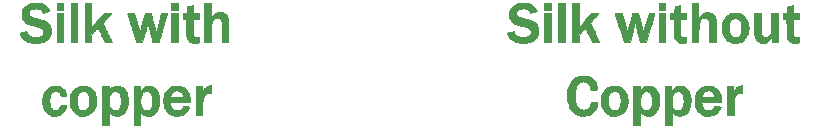
<source format=gbr>
G04 #@! TF.GenerationSoftware,KiCad,Pcbnew,(5.1.2)-1*
G04 #@! TF.CreationDate,2019-07-16T23:08:18-05:00*
G04 #@! TF.ProjectId,color-swatches,636f6c6f-722d-4737-9761-74636865732e,rev?*
G04 #@! TF.SameCoordinates,Original*
G04 #@! TF.FileFunction,Legend,Top*
G04 #@! TF.FilePolarity,Positive*
%FSLAX46Y46*%
G04 Gerber Fmt 4.6, Leading zero omitted, Abs format (unit mm)*
G04 Created by KiCad (PCBNEW (5.1.2)-1) date 2019-07-16 23:08:18*
%MOMM*%
%LPD*%
G04 APERTURE LIST*
%ADD10C,0.010000*%
G04 APERTURE END LIST*
D10*
G36*
X-22700334Y-40329403D02*
G01*
X-22586399Y-40351391D01*
X-22484682Y-40390375D01*
X-22390436Y-40448271D01*
X-22298909Y-40526991D01*
X-22282150Y-40543730D01*
X-22186077Y-40654801D01*
X-22107237Y-40775877D01*
X-22043614Y-40910831D01*
X-21993188Y-41063536D01*
X-21976109Y-41131108D01*
X-21962787Y-41193646D01*
X-21952919Y-41254801D01*
X-21945788Y-41321260D01*
X-21940676Y-41399712D01*
X-21936866Y-41496844D01*
X-21936854Y-41497250D01*
X-21936736Y-41686011D01*
X-21949376Y-41856849D01*
X-21975611Y-42014273D01*
X-22016279Y-42162788D01*
X-22072217Y-42306902D01*
X-22097360Y-42360850D01*
X-22167640Y-42489839D01*
X-22242981Y-42596253D01*
X-22326256Y-42682824D01*
X-22420339Y-42752282D01*
X-22528104Y-42807357D01*
X-22593300Y-42832183D01*
X-22646598Y-42844573D01*
X-22718029Y-42852979D01*
X-22800649Y-42857402D01*
X-22887511Y-42857842D01*
X-22971669Y-42854299D01*
X-23046176Y-42846773D01*
X-23104087Y-42835266D01*
X-23114000Y-42832168D01*
X-23236913Y-42778630D01*
X-23345957Y-42708091D01*
X-23437736Y-42623094D01*
X-23496897Y-42545688D01*
X-23533100Y-42489227D01*
X-23533100Y-43637200D01*
X-24104600Y-43637200D01*
X-24104600Y-41636950D01*
X-23525782Y-41636950D01*
X-23525688Y-41733941D01*
X-23525115Y-41809421D01*
X-23523771Y-41867278D01*
X-23521364Y-41911398D01*
X-23517602Y-41945670D01*
X-23512193Y-41973981D01*
X-23504845Y-42000219D01*
X-23496677Y-42024300D01*
X-23464384Y-42104245D01*
X-23427516Y-42169752D01*
X-23379618Y-42231713D01*
X-23362261Y-42251099D01*
X-23282947Y-42325647D01*
X-23202090Y-42376603D01*
X-23115874Y-42405674D01*
X-23020483Y-42414566D01*
X-22997939Y-42413986D01*
X-22930157Y-42407735D01*
X-22875041Y-42394052D01*
X-22830533Y-42375222D01*
X-22770684Y-42339481D01*
X-22720727Y-42293714D01*
X-22675868Y-42232663D01*
X-22637382Y-42163267D01*
X-22600342Y-42079733D01*
X-22572520Y-41992427D01*
X-22552780Y-41895928D01*
X-22539988Y-41784816D01*
X-22533444Y-41666916D01*
X-22534365Y-41487952D01*
X-22550083Y-41327127D01*
X-22580423Y-41185070D01*
X-22625211Y-41062407D01*
X-22684271Y-40959770D01*
X-22751756Y-40882927D01*
X-22818476Y-40831869D01*
X-22889919Y-40800213D01*
X-22974693Y-40784005D01*
X-23056397Y-40785684D01*
X-23142657Y-40804770D01*
X-23222487Y-40838577D01*
X-23239842Y-40848818D01*
X-23290744Y-40888568D01*
X-23345233Y-40943402D01*
X-23396336Y-41005304D01*
X-23437082Y-41066258D01*
X-23449643Y-41090094D01*
X-23472269Y-41141148D01*
X-23490020Y-41190257D01*
X-23503461Y-41241476D01*
X-23513156Y-41298857D01*
X-23519669Y-41366453D01*
X-23523565Y-41448317D01*
X-23525408Y-41548503D01*
X-23525782Y-41636950D01*
X-24104600Y-41636950D01*
X-24104600Y-40373300D01*
X-23558500Y-40373300D01*
X-23558500Y-40758283D01*
X-23496023Y-40669319D01*
X-23402321Y-40555350D01*
X-23297180Y-40464058D01*
X-23180522Y-40395402D01*
X-23052266Y-40349340D01*
X-22912334Y-40325831D01*
X-22831239Y-40322500D01*
X-22700334Y-40329403D01*
X-22700334Y-40329403D01*
G37*
X-22700334Y-40329403D02*
X-22586399Y-40351391D01*
X-22484682Y-40390375D01*
X-22390436Y-40448271D01*
X-22298909Y-40526991D01*
X-22282150Y-40543730D01*
X-22186077Y-40654801D01*
X-22107237Y-40775877D01*
X-22043614Y-40910831D01*
X-21993188Y-41063536D01*
X-21976109Y-41131108D01*
X-21962787Y-41193646D01*
X-21952919Y-41254801D01*
X-21945788Y-41321260D01*
X-21940676Y-41399712D01*
X-21936866Y-41496844D01*
X-21936854Y-41497250D01*
X-21936736Y-41686011D01*
X-21949376Y-41856849D01*
X-21975611Y-42014273D01*
X-22016279Y-42162788D01*
X-22072217Y-42306902D01*
X-22097360Y-42360850D01*
X-22167640Y-42489839D01*
X-22242981Y-42596253D01*
X-22326256Y-42682824D01*
X-22420339Y-42752282D01*
X-22528104Y-42807357D01*
X-22593300Y-42832183D01*
X-22646598Y-42844573D01*
X-22718029Y-42852979D01*
X-22800649Y-42857402D01*
X-22887511Y-42857842D01*
X-22971669Y-42854299D01*
X-23046176Y-42846773D01*
X-23104087Y-42835266D01*
X-23114000Y-42832168D01*
X-23236913Y-42778630D01*
X-23345957Y-42708091D01*
X-23437736Y-42623094D01*
X-23496897Y-42545688D01*
X-23533100Y-42489227D01*
X-23533100Y-43637200D01*
X-24104600Y-43637200D01*
X-24104600Y-41636950D01*
X-23525782Y-41636950D01*
X-23525688Y-41733941D01*
X-23525115Y-41809421D01*
X-23523771Y-41867278D01*
X-23521364Y-41911398D01*
X-23517602Y-41945670D01*
X-23512193Y-41973981D01*
X-23504845Y-42000219D01*
X-23496677Y-42024300D01*
X-23464384Y-42104245D01*
X-23427516Y-42169752D01*
X-23379618Y-42231713D01*
X-23362261Y-42251099D01*
X-23282947Y-42325647D01*
X-23202090Y-42376603D01*
X-23115874Y-42405674D01*
X-23020483Y-42414566D01*
X-22997939Y-42413986D01*
X-22930157Y-42407735D01*
X-22875041Y-42394052D01*
X-22830533Y-42375222D01*
X-22770684Y-42339481D01*
X-22720727Y-42293714D01*
X-22675868Y-42232663D01*
X-22637382Y-42163267D01*
X-22600342Y-42079733D01*
X-22572520Y-41992427D01*
X-22552780Y-41895928D01*
X-22539988Y-41784816D01*
X-22533444Y-41666916D01*
X-22534365Y-41487952D01*
X-22550083Y-41327127D01*
X-22580423Y-41185070D01*
X-22625211Y-41062407D01*
X-22684271Y-40959770D01*
X-22751756Y-40882927D01*
X-22818476Y-40831869D01*
X-22889919Y-40800213D01*
X-22974693Y-40784005D01*
X-23056397Y-40785684D01*
X-23142657Y-40804770D01*
X-23222487Y-40838577D01*
X-23239842Y-40848818D01*
X-23290744Y-40888568D01*
X-23345233Y-40943402D01*
X-23396336Y-41005304D01*
X-23437082Y-41066258D01*
X-23449643Y-41090094D01*
X-23472269Y-41141148D01*
X-23490020Y-41190257D01*
X-23503461Y-41241476D01*
X-23513156Y-41298857D01*
X-23519669Y-41366453D01*
X-23523565Y-41448317D01*
X-23525408Y-41548503D01*
X-23525782Y-41636950D01*
X-24104600Y-41636950D01*
X-24104600Y-40373300D01*
X-23558500Y-40373300D01*
X-23558500Y-40758283D01*
X-23496023Y-40669319D01*
X-23402321Y-40555350D01*
X-23297180Y-40464058D01*
X-23180522Y-40395402D01*
X-23052266Y-40349340D01*
X-22912334Y-40325831D01*
X-22831239Y-40322500D01*
X-22700334Y-40329403D01*
G36*
X-20081178Y-40326542D02*
G01*
X-19986024Y-40338347D01*
X-19904346Y-40357704D01*
X-19883407Y-40365042D01*
X-19762030Y-40425464D01*
X-19651987Y-40508448D01*
X-19553624Y-40613655D01*
X-19467285Y-40740747D01*
X-19430699Y-40808461D01*
X-19378226Y-40922774D01*
X-19337706Y-41034864D01*
X-19308046Y-41150050D01*
X-19288149Y-41273654D01*
X-19276920Y-41410995D01*
X-19273266Y-41567394D01*
X-19273262Y-41573450D01*
X-19277318Y-41738773D01*
X-19290326Y-41885635D01*
X-19313545Y-42019781D01*
X-19348232Y-42146958D01*
X-19395648Y-42272909D01*
X-19453572Y-42396553D01*
X-19490610Y-42466447D01*
X-19524255Y-42521168D01*
X-19560495Y-42569148D01*
X-19605314Y-42618819D01*
X-19627551Y-42641622D01*
X-19718537Y-42722787D01*
X-19812580Y-42783655D01*
X-19914096Y-42825950D01*
X-20027504Y-42851393D01*
X-20157219Y-42861708D01*
X-20193000Y-42862124D01*
X-20341156Y-42852316D01*
X-20473766Y-42822669D01*
X-20591554Y-42772853D01*
X-20695241Y-42702535D01*
X-20785550Y-42611385D01*
X-20811178Y-42578527D01*
X-20866100Y-42504105D01*
X-20866100Y-43637200D01*
X-21437600Y-43637200D01*
X-21437600Y-41595836D01*
X-20866218Y-41595836D01*
X-20865939Y-41692320D01*
X-20863627Y-41784305D01*
X-20859277Y-41866056D01*
X-20852883Y-41931836D01*
X-20847809Y-41962464D01*
X-20811658Y-42078631D01*
X-20756113Y-42182819D01*
X-20683455Y-42272194D01*
X-20595971Y-42343922D01*
X-20500564Y-42393389D01*
X-20426788Y-42411838D01*
X-20342376Y-42416366D01*
X-20258012Y-42406857D01*
X-20218177Y-42396477D01*
X-20137921Y-42357491D01*
X-20066414Y-42296313D01*
X-20004441Y-42214872D01*
X-19952782Y-42115095D01*
X-19912220Y-41998908D01*
X-19883536Y-41868238D01*
X-19867514Y-41725013D01*
X-19864934Y-41571159D01*
X-19866541Y-41530070D01*
X-19881810Y-41366013D01*
X-19909955Y-41220578D01*
X-19950631Y-41094563D01*
X-20003491Y-40988764D01*
X-20068187Y-40903976D01*
X-20144374Y-40840996D01*
X-20173826Y-40824183D01*
X-20216797Y-40804059D01*
X-20254231Y-40792519D01*
X-20296587Y-40787319D01*
X-20350948Y-40786210D01*
X-20409042Y-40787814D01*
X-20452689Y-40793922D01*
X-20492744Y-40806804D01*
X-20529610Y-40823569D01*
X-20622262Y-40882663D01*
X-20702530Y-40962166D01*
X-20768516Y-41059353D01*
X-20818324Y-41171501D01*
X-20847124Y-41279652D01*
X-20854917Y-41336763D01*
X-20860702Y-41412322D01*
X-20864470Y-41500592D01*
X-20866218Y-41595836D01*
X-21437600Y-41595836D01*
X-21437600Y-40373300D01*
X-20904200Y-40373300D01*
X-20904200Y-40773078D01*
X-20848861Y-40690664D01*
X-20759662Y-40577995D01*
X-20656437Y-40483330D01*
X-20542025Y-40408715D01*
X-20419262Y-40356197D01*
X-20363630Y-40340687D01*
X-20278367Y-40327287D01*
X-20181421Y-40322714D01*
X-20081178Y-40326542D01*
X-20081178Y-40326542D01*
G37*
X-20081178Y-40326542D02*
X-19986024Y-40338347D01*
X-19904346Y-40357704D01*
X-19883407Y-40365042D01*
X-19762030Y-40425464D01*
X-19651987Y-40508448D01*
X-19553624Y-40613655D01*
X-19467285Y-40740747D01*
X-19430699Y-40808461D01*
X-19378226Y-40922774D01*
X-19337706Y-41034864D01*
X-19308046Y-41150050D01*
X-19288149Y-41273654D01*
X-19276920Y-41410995D01*
X-19273266Y-41567394D01*
X-19273262Y-41573450D01*
X-19277318Y-41738773D01*
X-19290326Y-41885635D01*
X-19313545Y-42019781D01*
X-19348232Y-42146958D01*
X-19395648Y-42272909D01*
X-19453572Y-42396553D01*
X-19490610Y-42466447D01*
X-19524255Y-42521168D01*
X-19560495Y-42569148D01*
X-19605314Y-42618819D01*
X-19627551Y-42641622D01*
X-19718537Y-42722787D01*
X-19812580Y-42783655D01*
X-19914096Y-42825950D01*
X-20027504Y-42851393D01*
X-20157219Y-42861708D01*
X-20193000Y-42862124D01*
X-20341156Y-42852316D01*
X-20473766Y-42822669D01*
X-20591554Y-42772853D01*
X-20695241Y-42702535D01*
X-20785550Y-42611385D01*
X-20811178Y-42578527D01*
X-20866100Y-42504105D01*
X-20866100Y-43637200D01*
X-21437600Y-43637200D01*
X-21437600Y-41595836D01*
X-20866218Y-41595836D01*
X-20865939Y-41692320D01*
X-20863627Y-41784305D01*
X-20859277Y-41866056D01*
X-20852883Y-41931836D01*
X-20847809Y-41962464D01*
X-20811658Y-42078631D01*
X-20756113Y-42182819D01*
X-20683455Y-42272194D01*
X-20595971Y-42343922D01*
X-20500564Y-42393389D01*
X-20426788Y-42411838D01*
X-20342376Y-42416366D01*
X-20258012Y-42406857D01*
X-20218177Y-42396477D01*
X-20137921Y-42357491D01*
X-20066414Y-42296313D01*
X-20004441Y-42214872D01*
X-19952782Y-42115095D01*
X-19912220Y-41998908D01*
X-19883536Y-41868238D01*
X-19867514Y-41725013D01*
X-19864934Y-41571159D01*
X-19866541Y-41530070D01*
X-19881810Y-41366013D01*
X-19909955Y-41220578D01*
X-19950631Y-41094563D01*
X-20003491Y-40988764D01*
X-20068187Y-40903976D01*
X-20144374Y-40840996D01*
X-20173826Y-40824183D01*
X-20216797Y-40804059D01*
X-20254231Y-40792519D01*
X-20296587Y-40787319D01*
X-20350948Y-40786210D01*
X-20409042Y-40787814D01*
X-20452689Y-40793922D01*
X-20492744Y-40806804D01*
X-20529610Y-40823569D01*
X-20622262Y-40882663D01*
X-20702530Y-40962166D01*
X-20768516Y-41059353D01*
X-20818324Y-41171501D01*
X-20847124Y-41279652D01*
X-20854917Y-41336763D01*
X-20860702Y-41412322D01*
X-20864470Y-41500592D01*
X-20866218Y-41595836D01*
X-21437600Y-41595836D01*
X-21437600Y-40373300D01*
X-20904200Y-40373300D01*
X-20904200Y-40773078D01*
X-20848861Y-40690664D01*
X-20759662Y-40577995D01*
X-20656437Y-40483330D01*
X-20542025Y-40408715D01*
X-20419262Y-40356197D01*
X-20363630Y-40340687D01*
X-20278367Y-40327287D01*
X-20181421Y-40322714D01*
X-20081178Y-40326542D01*
G36*
X22289605Y-40330628D02*
G01*
X22407777Y-40355979D01*
X22514327Y-40400403D01*
X22613406Y-40465563D01*
X22694900Y-40538541D01*
X22795705Y-40657347D01*
X22881055Y-40795574D01*
X22950358Y-40952048D01*
X23003026Y-41125596D01*
X23013928Y-41173400D01*
X23024353Y-41226166D01*
X23031972Y-41276074D01*
X23037205Y-41328766D01*
X23040474Y-41389881D01*
X23042199Y-41465063D01*
X23042800Y-41559951D01*
X23042801Y-41560750D01*
X23039702Y-41721586D01*
X23029038Y-41863370D01*
X23009597Y-41991639D01*
X22980165Y-42111932D01*
X22939533Y-42229789D01*
X22886486Y-42350749D01*
X22856925Y-42410241D01*
X22818220Y-42481085D01*
X22780358Y-42538207D01*
X22735851Y-42591879D01*
X22688999Y-42640669D01*
X22640367Y-42686447D01*
X22590203Y-42728933D01*
X22545478Y-42762442D01*
X22521221Y-42777471D01*
X22420025Y-42819310D01*
X22304769Y-42847266D01*
X22181645Y-42861219D01*
X22056844Y-42861047D01*
X21936561Y-42846630D01*
X21826987Y-42817847D01*
X21766135Y-42792229D01*
X21649647Y-42721099D01*
X21552137Y-42634117D01*
X21509224Y-42582769D01*
X21450300Y-42504383D01*
X21450300Y-43637200D01*
X20878800Y-43637200D01*
X20878800Y-41677685D01*
X21451321Y-41677685D01*
X21451811Y-41765632D01*
X21454258Y-41843222D01*
X21458798Y-41905348D01*
X21462349Y-41931730D01*
X21493181Y-42046905D01*
X21543064Y-42152390D01*
X21609448Y-42244913D01*
X21689783Y-42321203D01*
X21781518Y-42377987D01*
X21823974Y-42395642D01*
X21895998Y-42411842D01*
X21977921Y-42415258D01*
X22059398Y-42406359D01*
X22130087Y-42385615D01*
X22139480Y-42381337D01*
X22218898Y-42328828D01*
X22288082Y-42253279D01*
X22346841Y-42154979D01*
X22394990Y-42034215D01*
X22417995Y-41953936D01*
X22428430Y-41909510D01*
X22435984Y-41867978D01*
X22441078Y-41823948D01*
X22444132Y-41772027D01*
X22445568Y-41706825D01*
X22445808Y-41622948D01*
X22445732Y-41598850D01*
X22445076Y-41510849D01*
X22443556Y-41442781D01*
X22440669Y-41389179D01*
X22435914Y-41344576D01*
X22428789Y-41303509D01*
X22418790Y-41260510D01*
X22412378Y-41235909D01*
X22370226Y-41106103D01*
X22318897Y-40997988D01*
X22258853Y-40912261D01*
X22190552Y-40849615D01*
X22136184Y-40819047D01*
X22038380Y-40789609D01*
X21941182Y-40784186D01*
X21846778Y-40801443D01*
X21757358Y-40840045D01*
X21675109Y-40898655D01*
X21602220Y-40975939D01*
X21540881Y-41070560D01*
X21493280Y-41181184D01*
X21481689Y-41218398D01*
X21473354Y-41261276D01*
X21466143Y-41324429D01*
X21460197Y-41402752D01*
X21455652Y-41491139D01*
X21452647Y-41584485D01*
X21451321Y-41677685D01*
X20878800Y-41677685D01*
X20878800Y-40373300D01*
X21412200Y-40373300D01*
X21412200Y-40773078D01*
X21467539Y-40690664D01*
X21503883Y-40642200D01*
X21550763Y-40587404D01*
X21599385Y-40536420D01*
X21610526Y-40525700D01*
X21710282Y-40445019D01*
X21816869Y-40385725D01*
X21933632Y-40346572D01*
X22063917Y-40326313D01*
X22155656Y-40322687D01*
X22289605Y-40330628D01*
X22289605Y-40330628D01*
G37*
X22289605Y-40330628D02*
X22407777Y-40355979D01*
X22514327Y-40400403D01*
X22613406Y-40465563D01*
X22694900Y-40538541D01*
X22795705Y-40657347D01*
X22881055Y-40795574D01*
X22950358Y-40952048D01*
X23003026Y-41125596D01*
X23013928Y-41173400D01*
X23024353Y-41226166D01*
X23031972Y-41276074D01*
X23037205Y-41328766D01*
X23040474Y-41389881D01*
X23042199Y-41465063D01*
X23042800Y-41559951D01*
X23042801Y-41560750D01*
X23039702Y-41721586D01*
X23029038Y-41863370D01*
X23009597Y-41991639D01*
X22980165Y-42111932D01*
X22939533Y-42229789D01*
X22886486Y-42350749D01*
X22856925Y-42410241D01*
X22818220Y-42481085D01*
X22780358Y-42538207D01*
X22735851Y-42591879D01*
X22688999Y-42640669D01*
X22640367Y-42686447D01*
X22590203Y-42728933D01*
X22545478Y-42762442D01*
X22521221Y-42777471D01*
X22420025Y-42819310D01*
X22304769Y-42847266D01*
X22181645Y-42861219D01*
X22056844Y-42861047D01*
X21936561Y-42846630D01*
X21826987Y-42817847D01*
X21766135Y-42792229D01*
X21649647Y-42721099D01*
X21552137Y-42634117D01*
X21509224Y-42582769D01*
X21450300Y-42504383D01*
X21450300Y-43637200D01*
X20878800Y-43637200D01*
X20878800Y-41677685D01*
X21451321Y-41677685D01*
X21451811Y-41765632D01*
X21454258Y-41843222D01*
X21458798Y-41905348D01*
X21462349Y-41931730D01*
X21493181Y-42046905D01*
X21543064Y-42152390D01*
X21609448Y-42244913D01*
X21689783Y-42321203D01*
X21781518Y-42377987D01*
X21823974Y-42395642D01*
X21895998Y-42411842D01*
X21977921Y-42415258D01*
X22059398Y-42406359D01*
X22130087Y-42385615D01*
X22139480Y-42381337D01*
X22218898Y-42328828D01*
X22288082Y-42253279D01*
X22346841Y-42154979D01*
X22394990Y-42034215D01*
X22417995Y-41953936D01*
X22428430Y-41909510D01*
X22435984Y-41867978D01*
X22441078Y-41823948D01*
X22444132Y-41772027D01*
X22445568Y-41706825D01*
X22445808Y-41622948D01*
X22445732Y-41598850D01*
X22445076Y-41510849D01*
X22443556Y-41442781D01*
X22440669Y-41389179D01*
X22435914Y-41344576D01*
X22428789Y-41303509D01*
X22418790Y-41260510D01*
X22412378Y-41235909D01*
X22370226Y-41106103D01*
X22318897Y-40997988D01*
X22258853Y-40912261D01*
X22190552Y-40849615D01*
X22136184Y-40819047D01*
X22038380Y-40789609D01*
X21941182Y-40784186D01*
X21846778Y-40801443D01*
X21757358Y-40840045D01*
X21675109Y-40898655D01*
X21602220Y-40975939D01*
X21540881Y-41070560D01*
X21493280Y-41181184D01*
X21481689Y-41218398D01*
X21473354Y-41261276D01*
X21466143Y-41324429D01*
X21460197Y-41402752D01*
X21455652Y-41491139D01*
X21452647Y-41584485D01*
X21451321Y-41677685D01*
X20878800Y-41677685D01*
X20878800Y-40373300D01*
X21412200Y-40373300D01*
X21412200Y-40773078D01*
X21467539Y-40690664D01*
X21503883Y-40642200D01*
X21550763Y-40587404D01*
X21599385Y-40536420D01*
X21610526Y-40525700D01*
X21710282Y-40445019D01*
X21816869Y-40385725D01*
X21933632Y-40346572D01*
X22063917Y-40326313D01*
X22155656Y-40322687D01*
X22289605Y-40330628D01*
G36*
X24899682Y-40325345D02*
G01*
X24981810Y-40333674D01*
X25019000Y-40341328D01*
X25145006Y-40386928D01*
X25260856Y-40455073D01*
X25365698Y-40544678D01*
X25458684Y-40654654D01*
X25538962Y-40783914D01*
X25605682Y-40931371D01*
X25657994Y-41095937D01*
X25678599Y-41184871D01*
X25697776Y-41311145D01*
X25707971Y-41453386D01*
X25709348Y-41603865D01*
X25702068Y-41754851D01*
X25686292Y-41898613D01*
X25662184Y-42027422D01*
X25660827Y-42033068D01*
X25609051Y-42209041D01*
X25544290Y-42365453D01*
X25467038Y-42501696D01*
X25377790Y-42617159D01*
X25277041Y-42711233D01*
X25165286Y-42783309D01*
X25043019Y-42832776D01*
X25003170Y-42843399D01*
X24896976Y-42859910D01*
X24781184Y-42863274D01*
X24662944Y-42854268D01*
X24549404Y-42833667D01*
X24447714Y-42802250D01*
X24392578Y-42777052D01*
X24346406Y-42746852D01*
X24291660Y-42702857D01*
X24235269Y-42651393D01*
X24184164Y-42598783D01*
X24145275Y-42551354D01*
X24145272Y-42551350D01*
X24118104Y-42513250D01*
X24117300Y-43637200D01*
X23545800Y-43637200D01*
X23545800Y-41644962D01*
X24116445Y-41644962D01*
X24117544Y-41738778D01*
X24120341Y-41826162D01*
X24124834Y-41902071D01*
X24131021Y-41961460D01*
X24136767Y-41992105D01*
X24177556Y-42103182D01*
X24237798Y-42203213D01*
X24314545Y-42288851D01*
X24404849Y-42356750D01*
X24496321Y-42400300D01*
X24564136Y-42414735D01*
X24643187Y-42416338D01*
X24723004Y-42405464D01*
X24773017Y-42390885D01*
X24825025Y-42365811D01*
X24877376Y-42331898D01*
X24901252Y-42312368D01*
X24943743Y-42262882D01*
X24986351Y-42195044D01*
X25025600Y-42115647D01*
X25058013Y-42031485D01*
X25074851Y-41973062D01*
X25101239Y-41833307D01*
X25114436Y-41689543D01*
X25115008Y-41545402D01*
X25103518Y-41404519D01*
X25080531Y-41270525D01*
X25046612Y-41147053D01*
X25002324Y-41037737D01*
X24948233Y-40946209D01*
X24907751Y-40897634D01*
X24844560Y-40842853D01*
X24777997Y-40807924D01*
X24701245Y-40790106D01*
X24631046Y-40786321D01*
X24574208Y-40787734D01*
X24531473Y-40793559D01*
X24491613Y-40806296D01*
X24444716Y-40827796D01*
X24353792Y-40886298D01*
X24274459Y-40965129D01*
X24209132Y-41060934D01*
X24160229Y-41170357D01*
X24136488Y-41255950D01*
X24129068Y-41306263D01*
X24123355Y-41375365D01*
X24119349Y-41458212D01*
X24117046Y-41549759D01*
X24116445Y-41644962D01*
X23545800Y-41644962D01*
X23545800Y-40373300D01*
X24079200Y-40373300D01*
X24079200Y-40771972D01*
X24118781Y-40709161D01*
X24200005Y-40599619D01*
X24295104Y-40504736D01*
X24400120Y-40427749D01*
X24511095Y-40371897D01*
X24546484Y-40359253D01*
X24621381Y-40341341D01*
X24710915Y-40329503D01*
X24806533Y-40324062D01*
X24899682Y-40325345D01*
X24899682Y-40325345D01*
G37*
X24899682Y-40325345D02*
X24981810Y-40333674D01*
X25019000Y-40341328D01*
X25145006Y-40386928D01*
X25260856Y-40455073D01*
X25365698Y-40544678D01*
X25458684Y-40654654D01*
X25538962Y-40783914D01*
X25605682Y-40931371D01*
X25657994Y-41095937D01*
X25678599Y-41184871D01*
X25697776Y-41311145D01*
X25707971Y-41453386D01*
X25709348Y-41603865D01*
X25702068Y-41754851D01*
X25686292Y-41898613D01*
X25662184Y-42027422D01*
X25660827Y-42033068D01*
X25609051Y-42209041D01*
X25544290Y-42365453D01*
X25467038Y-42501696D01*
X25377790Y-42617159D01*
X25277041Y-42711233D01*
X25165286Y-42783309D01*
X25043019Y-42832776D01*
X25003170Y-42843399D01*
X24896976Y-42859910D01*
X24781184Y-42863274D01*
X24662944Y-42854268D01*
X24549404Y-42833667D01*
X24447714Y-42802250D01*
X24392578Y-42777052D01*
X24346406Y-42746852D01*
X24291660Y-42702857D01*
X24235269Y-42651393D01*
X24184164Y-42598783D01*
X24145275Y-42551354D01*
X24145272Y-42551350D01*
X24118104Y-42513250D01*
X24117300Y-43637200D01*
X23545800Y-43637200D01*
X23545800Y-41644962D01*
X24116445Y-41644962D01*
X24117544Y-41738778D01*
X24120341Y-41826162D01*
X24124834Y-41902071D01*
X24131021Y-41961460D01*
X24136767Y-41992105D01*
X24177556Y-42103182D01*
X24237798Y-42203213D01*
X24314545Y-42288851D01*
X24404849Y-42356750D01*
X24496321Y-42400300D01*
X24564136Y-42414735D01*
X24643187Y-42416338D01*
X24723004Y-42405464D01*
X24773017Y-42390885D01*
X24825025Y-42365811D01*
X24877376Y-42331898D01*
X24901252Y-42312368D01*
X24943743Y-42262882D01*
X24986351Y-42195044D01*
X25025600Y-42115647D01*
X25058013Y-42031485D01*
X25074851Y-41973062D01*
X25101239Y-41833307D01*
X25114436Y-41689543D01*
X25115008Y-41545402D01*
X25103518Y-41404519D01*
X25080531Y-41270525D01*
X25046612Y-41147053D01*
X25002324Y-41037737D01*
X24948233Y-40946209D01*
X24907751Y-40897634D01*
X24844560Y-40842853D01*
X24777997Y-40807924D01*
X24701245Y-40790106D01*
X24631046Y-40786321D01*
X24574208Y-40787734D01*
X24531473Y-40793559D01*
X24491613Y-40806296D01*
X24444716Y-40827796D01*
X24353792Y-40886298D01*
X24274459Y-40965129D01*
X24209132Y-41060934D01*
X24160229Y-41170357D01*
X24136488Y-41255950D01*
X24129068Y-41306263D01*
X24123355Y-41375365D01*
X24119349Y-41458212D01*
X24117046Y-41549759D01*
X24116445Y-41644962D01*
X23545800Y-41644962D01*
X23545800Y-40373300D01*
X24079200Y-40373300D01*
X24079200Y-40771972D01*
X24118781Y-40709161D01*
X24200005Y-40599619D01*
X24295104Y-40504736D01*
X24400120Y-40427749D01*
X24511095Y-40371897D01*
X24546484Y-40359253D01*
X24621381Y-40341341D01*
X24710915Y-40329503D01*
X24806533Y-40324062D01*
X24899682Y-40325345D01*
G36*
X-27944153Y-40327261D02*
G01*
X-27857997Y-40337157D01*
X-27837049Y-40340989D01*
X-27706214Y-40378000D01*
X-27583608Y-40433369D01*
X-27473700Y-40504465D01*
X-27380958Y-40588659D01*
X-27346038Y-40630087D01*
X-27291702Y-40712191D01*
X-27239812Y-40811536D01*
X-27193847Y-40919987D01*
X-27157285Y-41029406D01*
X-27134975Y-41123759D01*
X-27126806Y-41169369D01*
X-27346078Y-41199062D01*
X-27419368Y-41208855D01*
X-27485112Y-41217394D01*
X-27538663Y-41224093D01*
X-27575375Y-41228370D01*
X-27589424Y-41229652D01*
X-27604071Y-41225377D01*
X-27615178Y-41207879D01*
X-27625400Y-41172088D01*
X-27629509Y-41153102D01*
X-27662368Y-41044635D01*
X-27712144Y-40952316D01*
X-27777526Y-40878021D01*
X-27857198Y-40823628D01*
X-27861494Y-40821484D01*
X-27899516Y-40804284D01*
X-27933534Y-40793739D01*
X-27972018Y-40788306D01*
X-28023439Y-40786442D01*
X-28054300Y-40786360D01*
X-28140378Y-40790606D01*
X-28209560Y-40804604D01*
X-28269333Y-40830991D01*
X-28327184Y-40872405D01*
X-28346580Y-40889323D01*
X-28409065Y-40957801D01*
X-28461285Y-41042064D01*
X-28504496Y-41144753D01*
X-28539956Y-41268508D01*
X-28551215Y-41319450D01*
X-28561329Y-41372517D01*
X-28568162Y-41420878D01*
X-28572090Y-41470968D01*
X-28573488Y-41529223D01*
X-28572732Y-41602079D01*
X-28571203Y-41662350D01*
X-28563582Y-41800437D01*
X-28548633Y-41917361D01*
X-28525281Y-42016576D01*
X-28492452Y-42101537D01*
X-28449071Y-42175697D01*
X-28394063Y-42242513D01*
X-28389142Y-42247629D01*
X-28317894Y-42307522D01*
X-28238700Y-42346343D01*
X-28160609Y-42365369D01*
X-28053926Y-42371004D01*
X-27955613Y-42353005D01*
X-27866632Y-42312036D01*
X-27787944Y-42248760D01*
X-27720508Y-42163837D01*
X-27665287Y-42057931D01*
X-27647450Y-42011600D01*
X-27631644Y-41968672D01*
X-27618117Y-41935422D01*
X-27609793Y-41919034D01*
X-27609783Y-41919022D01*
X-27595531Y-41917443D01*
X-27560954Y-41918140D01*
X-27510989Y-41920719D01*
X-27450571Y-41924787D01*
X-27384635Y-41929950D01*
X-27318116Y-41935813D01*
X-27255950Y-41941983D01*
X-27203072Y-41948065D01*
X-27164418Y-41953666D01*
X-27156124Y-41955237D01*
X-27142343Y-41960552D01*
X-27134954Y-41971918D01*
X-27134315Y-41992992D01*
X-27140779Y-42027427D01*
X-27154704Y-42078878D01*
X-27174583Y-42144950D01*
X-27234016Y-42303815D01*
X-27308743Y-42442578D01*
X-27399313Y-42561815D01*
X-27506273Y-42662104D01*
X-27630173Y-42744022D01*
X-27771558Y-42808148D01*
X-27819350Y-42824610D01*
X-27861896Y-42836744D01*
X-27905621Y-42845363D01*
X-27956686Y-42851185D01*
X-28021255Y-42854929D01*
X-28098750Y-42857174D01*
X-28170924Y-42857829D01*
X-28238787Y-42856877D01*
X-28296053Y-42854514D01*
X-28336433Y-42850939D01*
X-28345446Y-42849430D01*
X-28494538Y-42805880D01*
X-28630894Y-42740666D01*
X-28753930Y-42654431D01*
X-28863059Y-42547818D01*
X-28957695Y-42421468D01*
X-29037253Y-42276025D01*
X-29101147Y-42112131D01*
X-29137703Y-41980604D01*
X-29147123Y-41937297D01*
X-29154134Y-41895255D01*
X-29159078Y-41849621D01*
X-29162296Y-41795542D01*
X-29164132Y-41728162D01*
X-29164926Y-41642627D01*
X-29165039Y-41592500D01*
X-29164841Y-41498172D01*
X-29163847Y-41424483D01*
X-29161708Y-41366676D01*
X-29158075Y-41319993D01*
X-29152601Y-41279679D01*
X-29144937Y-41240975D01*
X-29136824Y-41207307D01*
X-29089048Y-41049027D01*
X-29029844Y-40909732D01*
X-28956566Y-40784573D01*
X-28866570Y-40668699D01*
X-28809950Y-40608142D01*
X-28712721Y-40519830D01*
X-28612991Y-40450811D01*
X-28502776Y-40396214D01*
X-28403550Y-40360238D01*
X-28332302Y-40343479D01*
X-28243404Y-40331553D01*
X-28144191Y-40324708D01*
X-28041996Y-40323195D01*
X-27944153Y-40327261D01*
X-27944153Y-40327261D01*
G37*
X-27944153Y-40327261D02*
X-27857997Y-40337157D01*
X-27837049Y-40340989D01*
X-27706214Y-40378000D01*
X-27583608Y-40433369D01*
X-27473700Y-40504465D01*
X-27380958Y-40588659D01*
X-27346038Y-40630087D01*
X-27291702Y-40712191D01*
X-27239812Y-40811536D01*
X-27193847Y-40919987D01*
X-27157285Y-41029406D01*
X-27134975Y-41123759D01*
X-27126806Y-41169369D01*
X-27346078Y-41199062D01*
X-27419368Y-41208855D01*
X-27485112Y-41217394D01*
X-27538663Y-41224093D01*
X-27575375Y-41228370D01*
X-27589424Y-41229652D01*
X-27604071Y-41225377D01*
X-27615178Y-41207879D01*
X-27625400Y-41172088D01*
X-27629509Y-41153102D01*
X-27662368Y-41044635D01*
X-27712144Y-40952316D01*
X-27777526Y-40878021D01*
X-27857198Y-40823628D01*
X-27861494Y-40821484D01*
X-27899516Y-40804284D01*
X-27933534Y-40793739D01*
X-27972018Y-40788306D01*
X-28023439Y-40786442D01*
X-28054300Y-40786360D01*
X-28140378Y-40790606D01*
X-28209560Y-40804604D01*
X-28269333Y-40830991D01*
X-28327184Y-40872405D01*
X-28346580Y-40889323D01*
X-28409065Y-40957801D01*
X-28461285Y-41042064D01*
X-28504496Y-41144753D01*
X-28539956Y-41268508D01*
X-28551215Y-41319450D01*
X-28561329Y-41372517D01*
X-28568162Y-41420878D01*
X-28572090Y-41470968D01*
X-28573488Y-41529223D01*
X-28572732Y-41602079D01*
X-28571203Y-41662350D01*
X-28563582Y-41800437D01*
X-28548633Y-41917361D01*
X-28525281Y-42016576D01*
X-28492452Y-42101537D01*
X-28449071Y-42175697D01*
X-28394063Y-42242513D01*
X-28389142Y-42247629D01*
X-28317894Y-42307522D01*
X-28238700Y-42346343D01*
X-28160609Y-42365369D01*
X-28053926Y-42371004D01*
X-27955613Y-42353005D01*
X-27866632Y-42312036D01*
X-27787944Y-42248760D01*
X-27720508Y-42163837D01*
X-27665287Y-42057931D01*
X-27647450Y-42011600D01*
X-27631644Y-41968672D01*
X-27618117Y-41935422D01*
X-27609793Y-41919034D01*
X-27609783Y-41919022D01*
X-27595531Y-41917443D01*
X-27560954Y-41918140D01*
X-27510989Y-41920719D01*
X-27450571Y-41924787D01*
X-27384635Y-41929950D01*
X-27318116Y-41935813D01*
X-27255950Y-41941983D01*
X-27203072Y-41948065D01*
X-27164418Y-41953666D01*
X-27156124Y-41955237D01*
X-27142343Y-41960552D01*
X-27134954Y-41971918D01*
X-27134315Y-41992992D01*
X-27140779Y-42027427D01*
X-27154704Y-42078878D01*
X-27174583Y-42144950D01*
X-27234016Y-42303815D01*
X-27308743Y-42442578D01*
X-27399313Y-42561815D01*
X-27506273Y-42662104D01*
X-27630173Y-42744022D01*
X-27771558Y-42808148D01*
X-27819350Y-42824610D01*
X-27861896Y-42836744D01*
X-27905621Y-42845363D01*
X-27956686Y-42851185D01*
X-28021255Y-42854929D01*
X-28098750Y-42857174D01*
X-28170924Y-42857829D01*
X-28238787Y-42856877D01*
X-28296053Y-42854514D01*
X-28336433Y-42850939D01*
X-28345446Y-42849430D01*
X-28494538Y-42805880D01*
X-28630894Y-42740666D01*
X-28753930Y-42654431D01*
X-28863059Y-42547818D01*
X-28957695Y-42421468D01*
X-29037253Y-42276025D01*
X-29101147Y-42112131D01*
X-29137703Y-41980604D01*
X-29147123Y-41937297D01*
X-29154134Y-41895255D01*
X-29159078Y-41849621D01*
X-29162296Y-41795542D01*
X-29164132Y-41728162D01*
X-29164926Y-41642627D01*
X-29165039Y-41592500D01*
X-29164841Y-41498172D01*
X-29163847Y-41424483D01*
X-29161708Y-41366676D01*
X-29158075Y-41319993D01*
X-29152601Y-41279679D01*
X-29144937Y-41240975D01*
X-29136824Y-41207307D01*
X-29089048Y-41049027D01*
X-29029844Y-40909732D01*
X-28956566Y-40784573D01*
X-28866570Y-40668699D01*
X-28809950Y-40608142D01*
X-28712721Y-40519830D01*
X-28612991Y-40450811D01*
X-28502776Y-40396214D01*
X-28403550Y-40360238D01*
X-28332302Y-40343479D01*
X-28243404Y-40331553D01*
X-28144191Y-40324708D01*
X-28041996Y-40323195D01*
X-27944153Y-40327261D01*
G36*
X-25563841Y-40330184D02*
G01*
X-25422401Y-40354011D01*
X-25292868Y-40395515D01*
X-25170925Y-40456065D01*
X-25057100Y-40533299D01*
X-24932782Y-40644118D01*
X-24827574Y-40771486D01*
X-24741403Y-40915526D01*
X-24674199Y-41076364D01*
X-24625889Y-41254121D01*
X-24618058Y-41294050D01*
X-24606350Y-41385274D01*
X-24600574Y-41493292D01*
X-24600467Y-41610611D01*
X-24605766Y-41729741D01*
X-24616210Y-41843188D01*
X-24631534Y-41943461D01*
X-24642535Y-41992550D01*
X-24698019Y-42159668D01*
X-24773003Y-42312310D01*
X-24866201Y-42449207D01*
X-24976323Y-42569093D01*
X-25102082Y-42670702D01*
X-25242191Y-42752769D01*
X-25395360Y-42814025D01*
X-25507950Y-42843489D01*
X-25554666Y-42850197D01*
X-25619241Y-42855429D01*
X-25694491Y-42859021D01*
X-25773234Y-42860811D01*
X-25848287Y-42860635D01*
X-25912467Y-42858332D01*
X-25958593Y-42853738D01*
X-25958800Y-42853703D01*
X-26114896Y-42815444D01*
X-26258001Y-42755414D01*
X-26387944Y-42673771D01*
X-26504553Y-42570673D01*
X-26607655Y-42446279D01*
X-26697080Y-42300745D01*
X-26772654Y-42134231D01*
X-26788326Y-42092239D01*
X-26833925Y-41932964D01*
X-26861243Y-41763632D01*
X-26870465Y-41589236D01*
X-26870093Y-41581757D01*
X-26274486Y-41581757D01*
X-26271862Y-41670624D01*
X-26255156Y-41831816D01*
X-26224217Y-41974079D01*
X-26179369Y-42096881D01*
X-26120936Y-42199694D01*
X-26049242Y-42281988D01*
X-25964610Y-42343233D01*
X-25867364Y-42382899D01*
X-25831225Y-42391426D01*
X-25783859Y-42399794D01*
X-25746238Y-42403038D01*
X-25707631Y-42401189D01*
X-25657306Y-42394281D01*
X-25643054Y-42391997D01*
X-25539401Y-42364469D01*
X-25449643Y-42317508D01*
X-25373488Y-42250660D01*
X-25310646Y-42163474D01*
X-25260828Y-42055496D01*
X-25223742Y-41926274D01*
X-25199099Y-41775356D01*
X-25191054Y-41687416D01*
X-25188343Y-41585713D01*
X-25192795Y-41474279D01*
X-25203587Y-41363086D01*
X-25219899Y-41262107D01*
X-25229579Y-41219685D01*
X-25270104Y-41099460D01*
X-25324865Y-40996143D01*
X-25392483Y-40911638D01*
X-25471579Y-40847845D01*
X-25516834Y-40823468D01*
X-25557763Y-40806120D01*
X-25593580Y-40795295D01*
X-25632741Y-40789505D01*
X-25683703Y-40787259D01*
X-25723850Y-40786993D01*
X-25786165Y-40787827D01*
X-25831531Y-40791314D01*
X-25868372Y-40798925D01*
X-25905112Y-40812134D01*
X-25929875Y-40823023D01*
X-26017412Y-40876652D01*
X-26093366Y-40951473D01*
X-26157026Y-41045723D01*
X-26207678Y-41157640D01*
X-26244614Y-41285460D01*
X-26267120Y-41427420D01*
X-26274486Y-41581757D01*
X-26870093Y-41581757D01*
X-26861775Y-41414773D01*
X-26835360Y-41245236D01*
X-26791404Y-41085620D01*
X-26746859Y-40975040D01*
X-26661793Y-40818990D01*
X-26562588Y-40684035D01*
X-26449411Y-40570280D01*
X-26322425Y-40477829D01*
X-26181796Y-40406789D01*
X-26027688Y-40357263D01*
X-25860267Y-40329357D01*
X-25721506Y-40322666D01*
X-25563841Y-40330184D01*
X-25563841Y-40330184D01*
G37*
X-25563841Y-40330184D02*
X-25422401Y-40354011D01*
X-25292868Y-40395515D01*
X-25170925Y-40456065D01*
X-25057100Y-40533299D01*
X-24932782Y-40644118D01*
X-24827574Y-40771486D01*
X-24741403Y-40915526D01*
X-24674199Y-41076364D01*
X-24625889Y-41254121D01*
X-24618058Y-41294050D01*
X-24606350Y-41385274D01*
X-24600574Y-41493292D01*
X-24600467Y-41610611D01*
X-24605766Y-41729741D01*
X-24616210Y-41843188D01*
X-24631534Y-41943461D01*
X-24642535Y-41992550D01*
X-24698019Y-42159668D01*
X-24773003Y-42312310D01*
X-24866201Y-42449207D01*
X-24976323Y-42569093D01*
X-25102082Y-42670702D01*
X-25242191Y-42752769D01*
X-25395360Y-42814025D01*
X-25507950Y-42843489D01*
X-25554666Y-42850197D01*
X-25619241Y-42855429D01*
X-25694491Y-42859021D01*
X-25773234Y-42860811D01*
X-25848287Y-42860635D01*
X-25912467Y-42858332D01*
X-25958593Y-42853738D01*
X-25958800Y-42853703D01*
X-26114896Y-42815444D01*
X-26258001Y-42755414D01*
X-26387944Y-42673771D01*
X-26504553Y-42570673D01*
X-26607655Y-42446279D01*
X-26697080Y-42300745D01*
X-26772654Y-42134231D01*
X-26788326Y-42092239D01*
X-26833925Y-41932964D01*
X-26861243Y-41763632D01*
X-26870465Y-41589236D01*
X-26870093Y-41581757D01*
X-26274486Y-41581757D01*
X-26271862Y-41670624D01*
X-26255156Y-41831816D01*
X-26224217Y-41974079D01*
X-26179369Y-42096881D01*
X-26120936Y-42199694D01*
X-26049242Y-42281988D01*
X-25964610Y-42343233D01*
X-25867364Y-42382899D01*
X-25831225Y-42391426D01*
X-25783859Y-42399794D01*
X-25746238Y-42403038D01*
X-25707631Y-42401189D01*
X-25657306Y-42394281D01*
X-25643054Y-42391997D01*
X-25539401Y-42364469D01*
X-25449643Y-42317508D01*
X-25373488Y-42250660D01*
X-25310646Y-42163474D01*
X-25260828Y-42055496D01*
X-25223742Y-41926274D01*
X-25199099Y-41775356D01*
X-25191054Y-41687416D01*
X-25188343Y-41585713D01*
X-25192795Y-41474279D01*
X-25203587Y-41363086D01*
X-25219899Y-41262107D01*
X-25229579Y-41219685D01*
X-25270104Y-41099460D01*
X-25324865Y-40996143D01*
X-25392483Y-40911638D01*
X-25471579Y-40847845D01*
X-25516834Y-40823468D01*
X-25557763Y-40806120D01*
X-25593580Y-40795295D01*
X-25632741Y-40789505D01*
X-25683703Y-40787259D01*
X-25723850Y-40786993D01*
X-25786165Y-40787827D01*
X-25831531Y-40791314D01*
X-25868372Y-40798925D01*
X-25905112Y-40812134D01*
X-25929875Y-40823023D01*
X-26017412Y-40876652D01*
X-26093366Y-40951473D01*
X-26157026Y-41045723D01*
X-26207678Y-41157640D01*
X-26244614Y-41285460D01*
X-26267120Y-41427420D01*
X-26274486Y-41581757D01*
X-26870093Y-41581757D01*
X-26861775Y-41414773D01*
X-26835360Y-41245236D01*
X-26791404Y-41085620D01*
X-26746859Y-40975040D01*
X-26661793Y-40818990D01*
X-26562588Y-40684035D01*
X-26449411Y-40570280D01*
X-26322425Y-40477829D01*
X-26181796Y-40406789D01*
X-26027688Y-40357263D01*
X-25860267Y-40329357D01*
X-25721506Y-40322666D01*
X-25563841Y-40330184D01*
G36*
X-17714072Y-40325895D02*
G01*
X-17599097Y-40332928D01*
X-17501957Y-40345945D01*
X-17415447Y-40366672D01*
X-17332363Y-40396830D01*
X-17246049Y-40437859D01*
X-17126214Y-40514243D01*
X-17018112Y-40611556D01*
X-16922818Y-40727671D01*
X-16841401Y-40860463D01*
X-16774934Y-41007808D01*
X-16724489Y-41167578D01*
X-16691138Y-41337649D01*
X-16675953Y-41515895D01*
X-16675100Y-41569941D01*
X-16675100Y-41668700D01*
X-18353781Y-41668700D01*
X-18345150Y-41779825D01*
X-18328126Y-41920682D01*
X-18299866Y-42040390D01*
X-18259126Y-42141149D01*
X-18204665Y-42225159D01*
X-18135241Y-42294623D01*
X-18049612Y-42351740D01*
X-18011437Y-42371200D01*
X-17974436Y-42388114D01*
X-17943633Y-42399510D01*
X-17912456Y-42406476D01*
X-17874332Y-42410096D01*
X-17822690Y-42411457D01*
X-17766621Y-42411650D01*
X-17700183Y-42411427D01*
X-17652463Y-42409927D01*
X-17616780Y-42405898D01*
X-17586453Y-42398092D01*
X-17554800Y-42385257D01*
X-17515141Y-42366145D01*
X-17510112Y-42363660D01*
X-17414588Y-42304223D01*
X-17337863Y-42228799D01*
X-17277642Y-42134981D01*
X-17263407Y-42105050D01*
X-17243470Y-42062514D01*
X-17228534Y-42038956D01*
X-17214369Y-42029690D01*
X-17196744Y-42030033D01*
X-17195800Y-42030200D01*
X-17172946Y-42033684D01*
X-17129808Y-42039707D01*
X-17071297Y-42047602D01*
X-17002326Y-42056704D01*
X-16948150Y-42063735D01*
X-16876732Y-42073305D01*
X-16814215Y-42082381D01*
X-16764908Y-42090281D01*
X-16733119Y-42096324D01*
X-16723237Y-42099324D01*
X-16722130Y-42115668D01*
X-16731692Y-42149167D01*
X-16749752Y-42195064D01*
X-16774135Y-42248601D01*
X-16802670Y-42305020D01*
X-16833184Y-42359562D01*
X-16863504Y-42407469D01*
X-16864813Y-42409370D01*
X-16967490Y-42536278D01*
X-17085868Y-42643464D01*
X-17218744Y-42730161D01*
X-17364910Y-42795602D01*
X-17523162Y-42839020D01*
X-17546932Y-42843423D01*
X-17622990Y-42853116D01*
X-17712667Y-42858937D01*
X-17808336Y-42860895D01*
X-17902370Y-42858999D01*
X-17987143Y-42853261D01*
X-18055029Y-42843688D01*
X-18059400Y-42842778D01*
X-18218581Y-42796346D01*
X-18364519Y-42728798D01*
X-18496108Y-42641331D01*
X-18612244Y-42535142D01*
X-18711821Y-42411427D01*
X-18793733Y-42271383D01*
X-18856875Y-42116207D01*
X-18900142Y-41947096D01*
X-18903405Y-41929050D01*
X-18927501Y-41733680D01*
X-18931358Y-41544537D01*
X-18915713Y-41363187D01*
X-18903151Y-41300400D01*
X-18347655Y-41300400D01*
X-17256917Y-41300400D01*
X-17265974Y-41233725D01*
X-17291685Y-41114539D01*
X-17333900Y-41008237D01*
X-17377787Y-40936487D01*
X-17436271Y-40866768D01*
X-17499754Y-40812841D01*
X-17577331Y-40767321D01*
X-17599210Y-40756755D01*
X-17637190Y-40740480D01*
X-17671879Y-40730335D01*
X-17711420Y-40724933D01*
X-17763958Y-40722886D01*
X-17799050Y-40722686D01*
X-17861260Y-40723511D01*
X-17906326Y-40726942D01*
X-17942476Y-40734410D01*
X-17977939Y-40747348D01*
X-18001363Y-40757887D01*
X-18105463Y-40819709D01*
X-18191452Y-40899236D01*
X-18259078Y-40996109D01*
X-18308087Y-41109970D01*
X-18337127Y-41233262D01*
X-18347655Y-41300400D01*
X-18903151Y-41300400D01*
X-18881301Y-41191194D01*
X-18828859Y-41030123D01*
X-18759124Y-40881539D01*
X-18672831Y-40747008D01*
X-18570718Y-40628095D01*
X-18453520Y-40526365D01*
X-18321975Y-40443382D01*
X-18176817Y-40380712D01*
X-18174570Y-40379945D01*
X-18083184Y-40353080D01*
X-17990972Y-40335378D01*
X-17891116Y-40326041D01*
X-17776799Y-40324268D01*
X-17714072Y-40325895D01*
X-17714072Y-40325895D01*
G37*
X-17714072Y-40325895D02*
X-17599097Y-40332928D01*
X-17501957Y-40345945D01*
X-17415447Y-40366672D01*
X-17332363Y-40396830D01*
X-17246049Y-40437859D01*
X-17126214Y-40514243D01*
X-17018112Y-40611556D01*
X-16922818Y-40727671D01*
X-16841401Y-40860463D01*
X-16774934Y-41007808D01*
X-16724489Y-41167578D01*
X-16691138Y-41337649D01*
X-16675953Y-41515895D01*
X-16675100Y-41569941D01*
X-16675100Y-41668700D01*
X-18353781Y-41668700D01*
X-18345150Y-41779825D01*
X-18328126Y-41920682D01*
X-18299866Y-42040390D01*
X-18259126Y-42141149D01*
X-18204665Y-42225159D01*
X-18135241Y-42294623D01*
X-18049612Y-42351740D01*
X-18011437Y-42371200D01*
X-17974436Y-42388114D01*
X-17943633Y-42399510D01*
X-17912456Y-42406476D01*
X-17874332Y-42410096D01*
X-17822690Y-42411457D01*
X-17766621Y-42411650D01*
X-17700183Y-42411427D01*
X-17652463Y-42409927D01*
X-17616780Y-42405898D01*
X-17586453Y-42398092D01*
X-17554800Y-42385257D01*
X-17515141Y-42366145D01*
X-17510112Y-42363660D01*
X-17414588Y-42304223D01*
X-17337863Y-42228799D01*
X-17277642Y-42134981D01*
X-17263407Y-42105050D01*
X-17243470Y-42062514D01*
X-17228534Y-42038956D01*
X-17214369Y-42029690D01*
X-17196744Y-42030033D01*
X-17195800Y-42030200D01*
X-17172946Y-42033684D01*
X-17129808Y-42039707D01*
X-17071297Y-42047602D01*
X-17002326Y-42056704D01*
X-16948150Y-42063735D01*
X-16876732Y-42073305D01*
X-16814215Y-42082381D01*
X-16764908Y-42090281D01*
X-16733119Y-42096324D01*
X-16723237Y-42099324D01*
X-16722130Y-42115668D01*
X-16731692Y-42149167D01*
X-16749752Y-42195064D01*
X-16774135Y-42248601D01*
X-16802670Y-42305020D01*
X-16833184Y-42359562D01*
X-16863504Y-42407469D01*
X-16864813Y-42409370D01*
X-16967490Y-42536278D01*
X-17085868Y-42643464D01*
X-17218744Y-42730161D01*
X-17364910Y-42795602D01*
X-17523162Y-42839020D01*
X-17546932Y-42843423D01*
X-17622990Y-42853116D01*
X-17712667Y-42858937D01*
X-17808336Y-42860895D01*
X-17902370Y-42858999D01*
X-17987143Y-42853261D01*
X-18055029Y-42843688D01*
X-18059400Y-42842778D01*
X-18218581Y-42796346D01*
X-18364519Y-42728798D01*
X-18496108Y-42641331D01*
X-18612244Y-42535142D01*
X-18711821Y-42411427D01*
X-18793733Y-42271383D01*
X-18856875Y-42116207D01*
X-18900142Y-41947096D01*
X-18903405Y-41929050D01*
X-18927501Y-41733680D01*
X-18931358Y-41544537D01*
X-18915713Y-41363187D01*
X-18903151Y-41300400D01*
X-18347655Y-41300400D01*
X-17256917Y-41300400D01*
X-17265974Y-41233725D01*
X-17291685Y-41114539D01*
X-17333900Y-41008237D01*
X-17377787Y-40936487D01*
X-17436271Y-40866768D01*
X-17499754Y-40812841D01*
X-17577331Y-40767321D01*
X-17599210Y-40756755D01*
X-17637190Y-40740480D01*
X-17671879Y-40730335D01*
X-17711420Y-40724933D01*
X-17763958Y-40722886D01*
X-17799050Y-40722686D01*
X-17861260Y-40723511D01*
X-17906326Y-40726942D01*
X-17942476Y-40734410D01*
X-17977939Y-40747348D01*
X-18001363Y-40757887D01*
X-18105463Y-40819709D01*
X-18191452Y-40899236D01*
X-18259078Y-40996109D01*
X-18308087Y-41109970D01*
X-18337127Y-41233262D01*
X-18347655Y-41300400D01*
X-18903151Y-41300400D01*
X-18881301Y-41191194D01*
X-18828859Y-41030123D01*
X-18759124Y-40881539D01*
X-18672831Y-40747008D01*
X-18570718Y-40628095D01*
X-18453520Y-40526365D01*
X-18321975Y-40443382D01*
X-18176817Y-40380712D01*
X-18174570Y-40379945D01*
X-18083184Y-40353080D01*
X-17990972Y-40335378D01*
X-17891116Y-40326041D01*
X-17776799Y-40324268D01*
X-17714072Y-40325895D01*
G36*
X16695400Y-39468954D02*
G01*
X16777578Y-39472913D01*
X16843679Y-39480110D01*
X16887729Y-39488334D01*
X17055143Y-39538804D01*
X17208740Y-39610298D01*
X17347707Y-39702024D01*
X17471233Y-39813189D01*
X17578507Y-39942999D01*
X17668717Y-40090662D01*
X17741052Y-40255386D01*
X17773005Y-40353254D01*
X17790791Y-40418397D01*
X17806450Y-40482727D01*
X17818996Y-40541330D01*
X17827446Y-40589294D01*
X17830814Y-40621708D01*
X17829130Y-40633202D01*
X17814710Y-40636780D01*
X17779654Y-40642013D01*
X17728467Y-40648449D01*
X17665656Y-40655634D01*
X17595726Y-40663117D01*
X17523184Y-40670443D01*
X17452535Y-40677161D01*
X17388287Y-40682818D01*
X17334944Y-40686960D01*
X17297014Y-40689135D01*
X17279001Y-40688891D01*
X17278225Y-40688559D01*
X17272076Y-40673909D01*
X17261398Y-40640379D01*
X17247953Y-40593696D01*
X17239425Y-40562264D01*
X17208472Y-40464924D01*
X17168050Y-40366481D01*
X17121612Y-40274000D01*
X17072611Y-40194550D01*
X17037744Y-40149452D01*
X16949462Y-40067215D01*
X16848597Y-40006672D01*
X16737166Y-39968734D01*
X16617189Y-39954313D01*
X16605250Y-39954200D01*
X16485365Y-39965764D01*
X16376001Y-40000296D01*
X16277357Y-40057555D01*
X16189634Y-40137299D01*
X16113029Y-40239290D01*
X16047745Y-40363284D01*
X15993979Y-40509042D01*
X15951933Y-40676322D01*
X15936546Y-40760650D01*
X15930298Y-40815150D01*
X15925463Y-40891609D01*
X15922181Y-40986620D01*
X15920590Y-41096773D01*
X15920469Y-41154350D01*
X15921839Y-41286534D01*
X15925868Y-41398414D01*
X15933149Y-41495003D01*
X15944278Y-41581312D01*
X15959848Y-41662354D01*
X15980455Y-41743140D01*
X15996767Y-41797680D01*
X16049566Y-41934957D01*
X16116058Y-42055451D01*
X16194834Y-42157586D01*
X16284482Y-42239788D01*
X16383595Y-42300484D01*
X16477743Y-42334912D01*
X16594354Y-42352657D01*
X16711166Y-42346819D01*
X16823540Y-42318040D01*
X16914503Y-42274587D01*
X17004116Y-42207446D01*
X17085687Y-42120245D01*
X17155976Y-42017868D01*
X17211737Y-41905199D01*
X17249729Y-41787120D01*
X17255270Y-41761465D01*
X17265636Y-41710754D01*
X17273898Y-41680306D01*
X17282614Y-41665417D01*
X17294341Y-41661383D01*
X17308792Y-41663009D01*
X17331559Y-41666135D01*
X17374974Y-41671439D01*
X17434430Y-41678385D01*
X17505320Y-41686433D01*
X17583038Y-41695045D01*
X17583073Y-41695049D01*
X17658477Y-41703558D01*
X17724844Y-41711528D01*
X17778181Y-41718440D01*
X17814498Y-41723775D01*
X17829801Y-41727015D01*
X17829972Y-41727139D01*
X17831944Y-41743718D01*
X17828111Y-41779473D01*
X17819551Y-41829128D01*
X17807344Y-41887409D01*
X17792569Y-41949043D01*
X17776304Y-42008754D01*
X17764670Y-42046397D01*
X17699393Y-42206312D01*
X17613990Y-42352715D01*
X17510210Y-42483932D01*
X17389802Y-42598290D01*
X17254515Y-42694115D01*
X17106096Y-42769734D01*
X16955307Y-42821125D01*
X16903393Y-42833876D01*
X16854785Y-42843094D01*
X16803119Y-42849465D01*
X16742026Y-42853673D01*
X16665142Y-42856405D01*
X16617950Y-42857448D01*
X16505327Y-42858175D01*
X16414488Y-42855450D01*
X16342033Y-42849119D01*
X16305290Y-42843399D01*
X16148433Y-42802900D01*
X16006252Y-42742584D01*
X15875847Y-42660967D01*
X15765904Y-42567835D01*
X15644955Y-42434459D01*
X15539540Y-42282241D01*
X15450173Y-42112822D01*
X15377365Y-41927842D01*
X15321628Y-41728941D01*
X15283476Y-41517759D01*
X15263421Y-41295936D01*
X15261975Y-41065113D01*
X15266750Y-40970200D01*
X15291636Y-40744076D01*
X15335159Y-40532547D01*
X15396992Y-40336432D01*
X15476810Y-40156554D01*
X15574287Y-39993735D01*
X15689095Y-39848794D01*
X15728675Y-39807096D01*
X15844538Y-39703094D01*
X15966639Y-39620091D01*
X16100278Y-39555060D01*
X16250760Y-39504969D01*
X16263352Y-39501604D01*
X16316441Y-39488458D01*
X16363536Y-39479242D01*
X16411384Y-39473265D01*
X16466732Y-39469836D01*
X16536326Y-39468266D01*
X16592550Y-39467914D01*
X16695400Y-39468954D01*
X16695400Y-39468954D01*
G37*
X16695400Y-39468954D02*
X16777578Y-39472913D01*
X16843679Y-39480110D01*
X16887729Y-39488334D01*
X17055143Y-39538804D01*
X17208740Y-39610298D01*
X17347707Y-39702024D01*
X17471233Y-39813189D01*
X17578507Y-39942999D01*
X17668717Y-40090662D01*
X17741052Y-40255386D01*
X17773005Y-40353254D01*
X17790791Y-40418397D01*
X17806450Y-40482727D01*
X17818996Y-40541330D01*
X17827446Y-40589294D01*
X17830814Y-40621708D01*
X17829130Y-40633202D01*
X17814710Y-40636780D01*
X17779654Y-40642013D01*
X17728467Y-40648449D01*
X17665656Y-40655634D01*
X17595726Y-40663117D01*
X17523184Y-40670443D01*
X17452535Y-40677161D01*
X17388287Y-40682818D01*
X17334944Y-40686960D01*
X17297014Y-40689135D01*
X17279001Y-40688891D01*
X17278225Y-40688559D01*
X17272076Y-40673909D01*
X17261398Y-40640379D01*
X17247953Y-40593696D01*
X17239425Y-40562264D01*
X17208472Y-40464924D01*
X17168050Y-40366481D01*
X17121612Y-40274000D01*
X17072611Y-40194550D01*
X17037744Y-40149452D01*
X16949462Y-40067215D01*
X16848597Y-40006672D01*
X16737166Y-39968734D01*
X16617189Y-39954313D01*
X16605250Y-39954200D01*
X16485365Y-39965764D01*
X16376001Y-40000296D01*
X16277357Y-40057555D01*
X16189634Y-40137299D01*
X16113029Y-40239290D01*
X16047745Y-40363284D01*
X15993979Y-40509042D01*
X15951933Y-40676322D01*
X15936546Y-40760650D01*
X15930298Y-40815150D01*
X15925463Y-40891609D01*
X15922181Y-40986620D01*
X15920590Y-41096773D01*
X15920469Y-41154350D01*
X15921839Y-41286534D01*
X15925868Y-41398414D01*
X15933149Y-41495003D01*
X15944278Y-41581312D01*
X15959848Y-41662354D01*
X15980455Y-41743140D01*
X15996767Y-41797680D01*
X16049566Y-41934957D01*
X16116058Y-42055451D01*
X16194834Y-42157586D01*
X16284482Y-42239788D01*
X16383595Y-42300484D01*
X16477743Y-42334912D01*
X16594354Y-42352657D01*
X16711166Y-42346819D01*
X16823540Y-42318040D01*
X16914503Y-42274587D01*
X17004116Y-42207446D01*
X17085687Y-42120245D01*
X17155976Y-42017868D01*
X17211737Y-41905199D01*
X17249729Y-41787120D01*
X17255270Y-41761465D01*
X17265636Y-41710754D01*
X17273898Y-41680306D01*
X17282614Y-41665417D01*
X17294341Y-41661383D01*
X17308792Y-41663009D01*
X17331559Y-41666135D01*
X17374974Y-41671439D01*
X17434430Y-41678385D01*
X17505320Y-41686433D01*
X17583038Y-41695045D01*
X17583073Y-41695049D01*
X17658477Y-41703558D01*
X17724844Y-41711528D01*
X17778181Y-41718440D01*
X17814498Y-41723775D01*
X17829801Y-41727015D01*
X17829972Y-41727139D01*
X17831944Y-41743718D01*
X17828111Y-41779473D01*
X17819551Y-41829128D01*
X17807344Y-41887409D01*
X17792569Y-41949043D01*
X17776304Y-42008754D01*
X17764670Y-42046397D01*
X17699393Y-42206312D01*
X17613990Y-42352715D01*
X17510210Y-42483932D01*
X17389802Y-42598290D01*
X17254515Y-42694115D01*
X17106096Y-42769734D01*
X16955307Y-42821125D01*
X16903393Y-42833876D01*
X16854785Y-42843094D01*
X16803119Y-42849465D01*
X16742026Y-42853673D01*
X16665142Y-42856405D01*
X16617950Y-42857448D01*
X16505327Y-42858175D01*
X16414488Y-42855450D01*
X16342033Y-42849119D01*
X16305290Y-42843399D01*
X16148433Y-42802900D01*
X16006252Y-42742584D01*
X15875847Y-42660967D01*
X15765904Y-42567835D01*
X15644955Y-42434459D01*
X15539540Y-42282241D01*
X15450173Y-42112822D01*
X15377365Y-41927842D01*
X15321628Y-41728941D01*
X15283476Y-41517759D01*
X15263421Y-41295936D01*
X15261975Y-41065113D01*
X15266750Y-40970200D01*
X15291636Y-40744076D01*
X15335159Y-40532547D01*
X15396992Y-40336432D01*
X15476810Y-40156554D01*
X15574287Y-39993735D01*
X15689095Y-39848794D01*
X15728675Y-39807096D01*
X15844538Y-39703094D01*
X15966639Y-39620091D01*
X16100278Y-39555060D01*
X16250760Y-39504969D01*
X16263352Y-39501604D01*
X16316441Y-39488458D01*
X16363536Y-39479242D01*
X16411384Y-39473265D01*
X16466732Y-39469836D01*
X16536326Y-39468266D01*
X16592550Y-39467914D01*
X16695400Y-39468954D01*
G36*
X19338185Y-40329238D02*
G01*
X19403297Y-40330735D01*
X19454056Y-40333840D01*
X19495980Y-40339052D01*
X19534590Y-40346869D01*
X19575404Y-40357792D01*
X19576331Y-40358060D01*
X19726045Y-40414373D01*
X19864820Y-40492592D01*
X19990735Y-40590877D01*
X20101870Y-40707388D01*
X20196303Y-40840285D01*
X20272115Y-40987729D01*
X20295553Y-41046947D01*
X20328335Y-41145680D01*
X20351811Y-41239584D01*
X20367573Y-41337298D01*
X20377214Y-41447462D01*
X20380064Y-41505488D01*
X20377981Y-41707548D01*
X20355296Y-41896458D01*
X20312234Y-42071650D01*
X20249018Y-42232557D01*
X20165873Y-42378612D01*
X20063022Y-42509247D01*
X19940690Y-42623894D01*
X19937344Y-42626583D01*
X19855437Y-42684238D01*
X19758752Y-42739809D01*
X19657192Y-42788221D01*
X19560658Y-42824398D01*
X19538950Y-42830803D01*
X19485854Y-42841175D01*
X19414019Y-42849227D01*
X19330013Y-42854803D01*
X19240402Y-42857744D01*
X19151754Y-42857896D01*
X19070639Y-42855100D01*
X19003623Y-42849200D01*
X18973800Y-42844294D01*
X18823090Y-42800772D01*
X18685793Y-42736386D01*
X18561404Y-42650719D01*
X18449416Y-42543356D01*
X18349322Y-42413880D01*
X18260616Y-42261876D01*
X18257595Y-42255911D01*
X18197007Y-42111235D01*
X18152028Y-41951442D01*
X18123175Y-41781846D01*
X18110966Y-41607760D01*
X18111402Y-41592500D01*
X18715098Y-41592500D01*
X18716522Y-41708413D01*
X18721378Y-41804155D01*
X18730548Y-41884826D01*
X18744912Y-41955526D01*
X18765349Y-42021354D01*
X18792739Y-42087410D01*
X18804943Y-42113200D01*
X18841249Y-42173614D01*
X18889951Y-42235300D01*
X18944433Y-42291048D01*
X18998083Y-42333651D01*
X19018163Y-42345572D01*
X19112918Y-42381461D01*
X19217461Y-42397404D01*
X19325517Y-42393130D01*
X19430811Y-42368369D01*
X19443321Y-42363874D01*
X19526630Y-42319469D01*
X19601309Y-42252920D01*
X19665576Y-42166545D01*
X19717650Y-42062658D01*
X19750336Y-41964787D01*
X19765810Y-41887797D01*
X19776957Y-41792617D01*
X19783650Y-41686106D01*
X19785758Y-41575123D01*
X19783155Y-41466529D01*
X19775710Y-41367183D01*
X19763297Y-41283945D01*
X19763115Y-41283060D01*
X19727160Y-41148256D01*
X19679289Y-41035526D01*
X19618962Y-40944235D01*
X19545638Y-40873747D01*
X19458777Y-40823428D01*
X19357839Y-40792642D01*
X19344133Y-40790123D01*
X19228366Y-40781681D01*
X19121139Y-40796914D01*
X19023798Y-40835137D01*
X18937687Y-40895667D01*
X18864151Y-40977817D01*
X18814819Y-41059557D01*
X18782154Y-41128448D01*
X18757268Y-41192147D01*
X18739179Y-41255903D01*
X18726903Y-41324970D01*
X18719459Y-41404597D01*
X18715864Y-41500037D01*
X18715098Y-41592500D01*
X18111402Y-41592500D01*
X18115918Y-41434498D01*
X18138548Y-41267374D01*
X18154421Y-41196434D01*
X18205058Y-41040741D01*
X18274652Y-40893943D01*
X18360965Y-40759029D01*
X18461758Y-40638989D01*
X18574791Y-40536815D01*
X18697826Y-40455495D01*
X18716797Y-40445388D01*
X18798836Y-40405235D01*
X18872287Y-40375203D01*
X18943405Y-40353931D01*
X19018444Y-40340063D01*
X19103658Y-40332238D01*
X19205300Y-40329098D01*
X19253200Y-40328850D01*
X19338185Y-40329238D01*
X19338185Y-40329238D01*
G37*
X19338185Y-40329238D02*
X19403297Y-40330735D01*
X19454056Y-40333840D01*
X19495980Y-40339052D01*
X19534590Y-40346869D01*
X19575404Y-40357792D01*
X19576331Y-40358060D01*
X19726045Y-40414373D01*
X19864820Y-40492592D01*
X19990735Y-40590877D01*
X20101870Y-40707388D01*
X20196303Y-40840285D01*
X20272115Y-40987729D01*
X20295553Y-41046947D01*
X20328335Y-41145680D01*
X20351811Y-41239584D01*
X20367573Y-41337298D01*
X20377214Y-41447462D01*
X20380064Y-41505488D01*
X20377981Y-41707548D01*
X20355296Y-41896458D01*
X20312234Y-42071650D01*
X20249018Y-42232557D01*
X20165873Y-42378612D01*
X20063022Y-42509247D01*
X19940690Y-42623894D01*
X19937344Y-42626583D01*
X19855437Y-42684238D01*
X19758752Y-42739809D01*
X19657192Y-42788221D01*
X19560658Y-42824398D01*
X19538950Y-42830803D01*
X19485854Y-42841175D01*
X19414019Y-42849227D01*
X19330013Y-42854803D01*
X19240402Y-42857744D01*
X19151754Y-42857896D01*
X19070639Y-42855100D01*
X19003623Y-42849200D01*
X18973800Y-42844294D01*
X18823090Y-42800772D01*
X18685793Y-42736386D01*
X18561404Y-42650719D01*
X18449416Y-42543356D01*
X18349322Y-42413880D01*
X18260616Y-42261876D01*
X18257595Y-42255911D01*
X18197007Y-42111235D01*
X18152028Y-41951442D01*
X18123175Y-41781846D01*
X18110966Y-41607760D01*
X18111402Y-41592500D01*
X18715098Y-41592500D01*
X18716522Y-41708413D01*
X18721378Y-41804155D01*
X18730548Y-41884826D01*
X18744912Y-41955526D01*
X18765349Y-42021354D01*
X18792739Y-42087410D01*
X18804943Y-42113200D01*
X18841249Y-42173614D01*
X18889951Y-42235300D01*
X18944433Y-42291048D01*
X18998083Y-42333651D01*
X19018163Y-42345572D01*
X19112918Y-42381461D01*
X19217461Y-42397404D01*
X19325517Y-42393130D01*
X19430811Y-42368369D01*
X19443321Y-42363874D01*
X19526630Y-42319469D01*
X19601309Y-42252920D01*
X19665576Y-42166545D01*
X19717650Y-42062658D01*
X19750336Y-41964787D01*
X19765810Y-41887797D01*
X19776957Y-41792617D01*
X19783650Y-41686106D01*
X19785758Y-41575123D01*
X19783155Y-41466529D01*
X19775710Y-41367183D01*
X19763297Y-41283945D01*
X19763115Y-41283060D01*
X19727160Y-41148256D01*
X19679289Y-41035526D01*
X19618962Y-40944235D01*
X19545638Y-40873747D01*
X19458777Y-40823428D01*
X19357839Y-40792642D01*
X19344133Y-40790123D01*
X19228366Y-40781681D01*
X19121139Y-40796914D01*
X19023798Y-40835137D01*
X18937687Y-40895667D01*
X18864151Y-40977817D01*
X18814819Y-41059557D01*
X18782154Y-41128448D01*
X18757268Y-41192147D01*
X18739179Y-41255903D01*
X18726903Y-41324970D01*
X18719459Y-41404597D01*
X18715864Y-41500037D01*
X18715098Y-41592500D01*
X18111402Y-41592500D01*
X18115918Y-41434498D01*
X18138548Y-41267374D01*
X18154421Y-41196434D01*
X18205058Y-41040741D01*
X18274652Y-40893943D01*
X18360965Y-40759029D01*
X18461758Y-40638989D01*
X18574791Y-40536815D01*
X18697826Y-40455495D01*
X18716797Y-40445388D01*
X18798836Y-40405235D01*
X18872287Y-40375203D01*
X18943405Y-40353931D01*
X19018444Y-40340063D01*
X19103658Y-40332238D01*
X19205300Y-40329098D01*
X19253200Y-40328850D01*
X19338185Y-40329238D01*
G36*
X27235330Y-40325841D02*
G01*
X27254200Y-40326420D01*
X27394177Y-40335640D01*
X27515395Y-40354780D01*
X27623120Y-40385515D01*
X27722616Y-40429518D01*
X27819148Y-40488465D01*
X27862370Y-40519817D01*
X27963705Y-40611651D01*
X28054310Y-40724169D01*
X28133008Y-40854518D01*
X28198621Y-40999846D01*
X28249973Y-41157302D01*
X28285886Y-41324032D01*
X28305184Y-41497187D01*
X28308300Y-41600195D01*
X28308300Y-41668700D01*
X26628150Y-41668700D01*
X26636844Y-41792525D01*
X26648515Y-41909688D01*
X26666492Y-42006477D01*
X26692370Y-42087473D01*
X26727744Y-42157261D01*
X26774210Y-42220424D01*
X26793077Y-42241481D01*
X26878874Y-42318737D01*
X26971487Y-42372917D01*
X27074226Y-42405428D01*
X27190404Y-42417673D01*
X27208880Y-42417849D01*
X27334022Y-42407023D01*
X27445360Y-42375131D01*
X27542401Y-42322473D01*
X27624655Y-42249348D01*
X27691629Y-42156054D01*
X27715611Y-42109805D01*
X27738018Y-42064759D01*
X27754851Y-42039306D01*
X27769514Y-42029279D01*
X27781250Y-42029399D01*
X27801715Y-42032784D01*
X27842768Y-42038747D01*
X27899799Y-42046646D01*
X27968201Y-42055843D01*
X28032075Y-42064233D01*
X28115297Y-42075445D01*
X28176238Y-42084728D01*
X28217885Y-42092727D01*
X28243227Y-42100087D01*
X28255251Y-42107454D01*
X28257344Y-42112888D01*
X28251352Y-42139025D01*
X28235497Y-42181181D01*
X28212581Y-42233355D01*
X28185400Y-42289548D01*
X28156756Y-42343759D01*
X28129446Y-42389988D01*
X28124644Y-42397367D01*
X28043281Y-42501692D01*
X27943766Y-42599838D01*
X27832829Y-42686127D01*
X27717200Y-42754885D01*
X27679835Y-42772465D01*
X27603200Y-42802852D01*
X27527645Y-42825302D01*
X27446968Y-42840947D01*
X27354968Y-42850919D01*
X27245442Y-42856350D01*
X27216100Y-42857098D01*
X27111307Y-42858126D01*
X27028309Y-42855996D01*
X26963680Y-42850557D01*
X26924000Y-42843956D01*
X26765149Y-42799450D01*
X26623652Y-42737199D01*
X26497376Y-42655744D01*
X26384190Y-42553625D01*
X26281961Y-42429384D01*
X26249784Y-42382548D01*
X26174403Y-42246832D01*
X26117080Y-42095793D01*
X26077513Y-41928371D01*
X26055401Y-41743500D01*
X26052265Y-41687750D01*
X26051214Y-41511002D01*
X26064838Y-41350600D01*
X26078010Y-41283381D01*
X26631900Y-41283381D01*
X26635799Y-41287611D01*
X26648839Y-41291109D01*
X26673035Y-41293938D01*
X26710401Y-41296161D01*
X26762951Y-41297842D01*
X26832699Y-41299043D01*
X26921660Y-41299828D01*
X27031847Y-41300259D01*
X27165276Y-41300399D01*
X27175729Y-41300400D01*
X27719559Y-41300400D01*
X27709919Y-41220322D01*
X27685638Y-41102083D01*
X27642232Y-40998765D01*
X27578027Y-40906835D01*
X27544403Y-40870717D01*
X27456607Y-40799665D01*
X27360658Y-40750835D01*
X27259710Y-40723703D01*
X27156916Y-40717746D01*
X27055432Y-40732441D01*
X26958409Y-40767266D01*
X26869003Y-40821697D01*
X26790368Y-40895211D01*
X26725656Y-40987285D01*
X26714413Y-41008372D01*
X26697116Y-41048317D01*
X26678217Y-41100982D01*
X26659992Y-41158787D01*
X26644714Y-41214152D01*
X26634657Y-41259497D01*
X26631900Y-41283381D01*
X26078010Y-41283381D01*
X26094048Y-41201544D01*
X26139752Y-41058834D01*
X26186267Y-40951150D01*
X26270991Y-40800386D01*
X26371219Y-40669050D01*
X26486188Y-40557761D01*
X26615137Y-40467138D01*
X26757302Y-40397798D01*
X26911922Y-40350360D01*
X26932141Y-40345990D01*
X26988054Y-40335449D01*
X27039158Y-40328599D01*
X27092625Y-40325005D01*
X27155625Y-40324231D01*
X27235330Y-40325841D01*
X27235330Y-40325841D01*
G37*
X27235330Y-40325841D02*
X27254200Y-40326420D01*
X27394177Y-40335640D01*
X27515395Y-40354780D01*
X27623120Y-40385515D01*
X27722616Y-40429518D01*
X27819148Y-40488465D01*
X27862370Y-40519817D01*
X27963705Y-40611651D01*
X28054310Y-40724169D01*
X28133008Y-40854518D01*
X28198621Y-40999846D01*
X28249973Y-41157302D01*
X28285886Y-41324032D01*
X28305184Y-41497187D01*
X28308300Y-41600195D01*
X28308300Y-41668700D01*
X26628150Y-41668700D01*
X26636844Y-41792525D01*
X26648515Y-41909688D01*
X26666492Y-42006477D01*
X26692370Y-42087473D01*
X26727744Y-42157261D01*
X26774210Y-42220424D01*
X26793077Y-42241481D01*
X26878874Y-42318737D01*
X26971487Y-42372917D01*
X27074226Y-42405428D01*
X27190404Y-42417673D01*
X27208880Y-42417849D01*
X27334022Y-42407023D01*
X27445360Y-42375131D01*
X27542401Y-42322473D01*
X27624655Y-42249348D01*
X27691629Y-42156054D01*
X27715611Y-42109805D01*
X27738018Y-42064759D01*
X27754851Y-42039306D01*
X27769514Y-42029279D01*
X27781250Y-42029399D01*
X27801715Y-42032784D01*
X27842768Y-42038747D01*
X27899799Y-42046646D01*
X27968201Y-42055843D01*
X28032075Y-42064233D01*
X28115297Y-42075445D01*
X28176238Y-42084728D01*
X28217885Y-42092727D01*
X28243227Y-42100087D01*
X28255251Y-42107454D01*
X28257344Y-42112888D01*
X28251352Y-42139025D01*
X28235497Y-42181181D01*
X28212581Y-42233355D01*
X28185400Y-42289548D01*
X28156756Y-42343759D01*
X28129446Y-42389988D01*
X28124644Y-42397367D01*
X28043281Y-42501692D01*
X27943766Y-42599838D01*
X27832829Y-42686127D01*
X27717200Y-42754885D01*
X27679835Y-42772465D01*
X27603200Y-42802852D01*
X27527645Y-42825302D01*
X27446968Y-42840947D01*
X27354968Y-42850919D01*
X27245442Y-42856350D01*
X27216100Y-42857098D01*
X27111307Y-42858126D01*
X27028309Y-42855996D01*
X26963680Y-42850557D01*
X26924000Y-42843956D01*
X26765149Y-42799450D01*
X26623652Y-42737199D01*
X26497376Y-42655744D01*
X26384190Y-42553625D01*
X26281961Y-42429384D01*
X26249784Y-42382548D01*
X26174403Y-42246832D01*
X26117080Y-42095793D01*
X26077513Y-41928371D01*
X26055401Y-41743500D01*
X26052265Y-41687750D01*
X26051214Y-41511002D01*
X26064838Y-41350600D01*
X26078010Y-41283381D01*
X26631900Y-41283381D01*
X26635799Y-41287611D01*
X26648839Y-41291109D01*
X26673035Y-41293938D01*
X26710401Y-41296161D01*
X26762951Y-41297842D01*
X26832699Y-41299043D01*
X26921660Y-41299828D01*
X27031847Y-41300259D01*
X27165276Y-41300399D01*
X27175729Y-41300400D01*
X27719559Y-41300400D01*
X27709919Y-41220322D01*
X27685638Y-41102083D01*
X27642232Y-40998765D01*
X27578027Y-40906835D01*
X27544403Y-40870717D01*
X27456607Y-40799665D01*
X27360658Y-40750835D01*
X27259710Y-40723703D01*
X27156916Y-40717746D01*
X27055432Y-40732441D01*
X26958409Y-40767266D01*
X26869003Y-40821697D01*
X26790368Y-40895211D01*
X26725656Y-40987285D01*
X26714413Y-41008372D01*
X26697116Y-41048317D01*
X26678217Y-41100982D01*
X26659992Y-41158787D01*
X26644714Y-41214152D01*
X26634657Y-41259497D01*
X26631900Y-41283381D01*
X26078010Y-41283381D01*
X26094048Y-41201544D01*
X26139752Y-41058834D01*
X26186267Y-40951150D01*
X26270991Y-40800386D01*
X26371219Y-40669050D01*
X26486188Y-40557761D01*
X26615137Y-40467138D01*
X26757302Y-40397798D01*
X26911922Y-40350360D01*
X26932141Y-40345990D01*
X26988054Y-40335449D01*
X27039158Y-40328599D01*
X27092625Y-40325005D01*
X27155625Y-40324231D01*
X27235330Y-40325841D01*
G36*
X-14922500Y-40906700D02*
G01*
X-14995525Y-40906887D01*
X-15120053Y-40918274D01*
X-15232179Y-40951267D01*
X-15330745Y-41005120D01*
X-15414597Y-41079088D01*
X-15482579Y-41172425D01*
X-15518079Y-41244006D01*
X-15538488Y-41292839D01*
X-15555755Y-41335896D01*
X-15570157Y-41375770D01*
X-15581974Y-41415054D01*
X-15591484Y-41456340D01*
X-15598966Y-41502223D01*
X-15604699Y-41555295D01*
X-15608961Y-41618151D01*
X-15612032Y-41693382D01*
X-15614190Y-41783582D01*
X-15615714Y-41891344D01*
X-15616883Y-42019262D01*
X-15617975Y-42169929D01*
X-15618001Y-42173525D01*
X-15622495Y-42811700D01*
X-16179800Y-42811700D01*
X-16179800Y-40373300D01*
X-15671800Y-40373300D01*
X-15671490Y-40900350D01*
X-15628854Y-40802696D01*
X-15589455Y-40717280D01*
X-15552184Y-40648889D01*
X-15512174Y-40590129D01*
X-15464556Y-40533608D01*
X-15423556Y-40490879D01*
X-15332381Y-40410621D01*
X-15240302Y-40353520D01*
X-15143135Y-40317546D01*
X-15036694Y-40300671D01*
X-15030462Y-40300255D01*
X-14922500Y-40293519D01*
X-14922500Y-40906700D01*
X-14922500Y-40906700D01*
G37*
X-14922500Y-40906700D02*
X-14995525Y-40906887D01*
X-15120053Y-40918274D01*
X-15232179Y-40951267D01*
X-15330745Y-41005120D01*
X-15414597Y-41079088D01*
X-15482579Y-41172425D01*
X-15518079Y-41244006D01*
X-15538488Y-41292839D01*
X-15555755Y-41335896D01*
X-15570157Y-41375770D01*
X-15581974Y-41415054D01*
X-15591484Y-41456340D01*
X-15598966Y-41502223D01*
X-15604699Y-41555295D01*
X-15608961Y-41618151D01*
X-15612032Y-41693382D01*
X-15614190Y-41783582D01*
X-15615714Y-41891344D01*
X-15616883Y-42019262D01*
X-15617975Y-42169929D01*
X-15618001Y-42173525D01*
X-15622495Y-42811700D01*
X-16179800Y-42811700D01*
X-16179800Y-40373300D01*
X-15671800Y-40373300D01*
X-15671490Y-40900350D01*
X-15628854Y-40802696D01*
X-15589455Y-40717280D01*
X-15552184Y-40648889D01*
X-15512174Y-40590129D01*
X-15464556Y-40533608D01*
X-15423556Y-40490879D01*
X-15332381Y-40410621D01*
X-15240302Y-40353520D01*
X-15143135Y-40317546D01*
X-15036694Y-40300671D01*
X-15030462Y-40300255D01*
X-14922500Y-40293519D01*
X-14922500Y-40906700D01*
G36*
X30048200Y-40906700D02*
G01*
X29986433Y-40906700D01*
X29889601Y-40914854D01*
X29793019Y-40937722D01*
X29702696Y-40972911D01*
X29624640Y-41018026D01*
X29564860Y-41070674D01*
X29559806Y-41076641D01*
X29521008Y-41133121D01*
X29480680Y-41207860D01*
X29442007Y-41294161D01*
X29408179Y-41385325D01*
X29398555Y-41415554D01*
X29392132Y-41437358D01*
X29386725Y-41458552D01*
X29382229Y-41481493D01*
X29378540Y-41508540D01*
X29375553Y-41542048D01*
X29373163Y-41584375D01*
X29371267Y-41637880D01*
X29369758Y-41704918D01*
X29368533Y-41787848D01*
X29367487Y-41889027D01*
X29366515Y-42010811D01*
X29365513Y-42155560D01*
X29365478Y-42160825D01*
X29361120Y-42811700D01*
X28803600Y-42811700D01*
X28803600Y-40373300D01*
X29311600Y-40373300D01*
X29312459Y-40630475D01*
X29313062Y-40719308D01*
X29314283Y-40784783D01*
X29316256Y-40828939D01*
X29319113Y-40853812D01*
X29322988Y-40861441D01*
X29327176Y-40855900D01*
X29379716Y-40742001D01*
X29429577Y-40648801D01*
X29479603Y-40572209D01*
X29532635Y-40508129D01*
X29591515Y-40452468D01*
X29626648Y-40424542D01*
X29717743Y-40364811D01*
X29807299Y-40325820D01*
X29902955Y-40304628D01*
X29949775Y-40300130D01*
X30048200Y-40293836D01*
X30048200Y-40906700D01*
X30048200Y-40906700D01*
G37*
X30048200Y-40906700D02*
X29986433Y-40906700D01*
X29889601Y-40914854D01*
X29793019Y-40937722D01*
X29702696Y-40972911D01*
X29624640Y-41018026D01*
X29564860Y-41070674D01*
X29559806Y-41076641D01*
X29521008Y-41133121D01*
X29480680Y-41207860D01*
X29442007Y-41294161D01*
X29408179Y-41385325D01*
X29398555Y-41415554D01*
X29392132Y-41437358D01*
X29386725Y-41458552D01*
X29382229Y-41481493D01*
X29378540Y-41508540D01*
X29375553Y-41542048D01*
X29373163Y-41584375D01*
X29371267Y-41637880D01*
X29369758Y-41704918D01*
X29368533Y-41787848D01*
X29367487Y-41889027D01*
X29366515Y-42010811D01*
X29365513Y-42155560D01*
X29365478Y-42160825D01*
X29361120Y-42811700D01*
X28803600Y-42811700D01*
X28803600Y-40373300D01*
X29311600Y-40373300D01*
X29312459Y-40630475D01*
X29313062Y-40719308D01*
X29314283Y-40784783D01*
X29316256Y-40828939D01*
X29319113Y-40853812D01*
X29322988Y-40861441D01*
X29327176Y-40855900D01*
X29379716Y-40742001D01*
X29429577Y-40648801D01*
X29479603Y-40572209D01*
X29532635Y-40508129D01*
X29591515Y-40452468D01*
X29626648Y-40424542D01*
X29717743Y-40364811D01*
X29807299Y-40325820D01*
X29902955Y-40304628D01*
X29949775Y-40300130D01*
X30048200Y-40293836D01*
X30048200Y-40906700D01*
G36*
X-29605787Y-33296663D02*
G01*
X-29443074Y-33318430D01*
X-29295618Y-33353117D01*
X-29155690Y-33402835D01*
X-29063950Y-33444790D01*
X-28948243Y-33507662D01*
X-28853598Y-33571824D01*
X-28775749Y-33640480D01*
X-28722365Y-33701213D01*
X-28683374Y-33756199D01*
X-28646767Y-33817255D01*
X-28615737Y-33878053D01*
X-28593477Y-33932265D01*
X-28583180Y-33973562D01*
X-28582887Y-33977660D01*
X-28581350Y-34014733D01*
X-28854400Y-34081942D01*
X-28934065Y-34101490D01*
X-29005298Y-34118854D01*
X-29064454Y-34133153D01*
X-29107886Y-34143509D01*
X-29131948Y-34149043D01*
X-29135485Y-34149726D01*
X-29144752Y-34139540D01*
X-29161041Y-34112383D01*
X-29179168Y-34077437D01*
X-29238766Y-33982885D01*
X-29316103Y-33906437D01*
X-29411016Y-33848178D01*
X-29523344Y-33808190D01*
X-29652925Y-33786558D01*
X-29749750Y-33782375D01*
X-29882969Y-33789715D01*
X-29997006Y-33812119D01*
X-30093543Y-33850163D01*
X-30174263Y-33904421D01*
X-30211604Y-33940380D01*
X-30261458Y-34003120D01*
X-30291445Y-34064908D01*
X-30305141Y-34134568D01*
X-30307004Y-34175700D01*
X-30299829Y-34253721D01*
X-30274839Y-34320116D01*
X-30229104Y-34381278D01*
X-30199573Y-34410067D01*
X-30165873Y-34437687D01*
X-30127403Y-34463007D01*
X-30081475Y-34487018D01*
X-30025403Y-34510712D01*
X-29956497Y-34535079D01*
X-29872070Y-34561113D01*
X-29769435Y-34589804D01*
X-29645903Y-34622143D01*
X-29578169Y-34639311D01*
X-29414145Y-34681580D01*
X-29272717Y-34720489D01*
X-29151456Y-34757032D01*
X-29047934Y-34792209D01*
X-28959722Y-34827015D01*
X-28884393Y-34862448D01*
X-28819519Y-34899505D01*
X-28762671Y-34939183D01*
X-28711421Y-34982478D01*
X-28688197Y-35004737D01*
X-28602794Y-35107026D01*
X-28534704Y-35224741D01*
X-28484426Y-35354272D01*
X-28452460Y-35492006D01*
X-28439303Y-35634333D01*
X-28445457Y-35777641D01*
X-28471418Y-35918319D01*
X-28517686Y-36052756D01*
X-28537540Y-36095222D01*
X-28612786Y-36217447D01*
X-28709382Y-36328253D01*
X-28825447Y-36426493D01*
X-28959102Y-36511023D01*
X-29108467Y-36580696D01*
X-29271661Y-36634366D01*
X-29446804Y-36670887D01*
X-29492376Y-36677220D01*
X-29546766Y-36681970D01*
X-29619122Y-36685410D01*
X-29702043Y-36687474D01*
X-29788126Y-36688101D01*
X-29869969Y-36687224D01*
X-29940169Y-36684781D01*
X-29984700Y-36681474D01*
X-30080705Y-36667623D01*
X-30186625Y-36646515D01*
X-30289543Y-36620954D01*
X-30355686Y-36600983D01*
X-30521670Y-36535920D01*
X-30666297Y-36458072D01*
X-30790708Y-36366435D01*
X-30896046Y-36260010D01*
X-30983456Y-36137793D01*
X-31054078Y-35998785D01*
X-31060505Y-35983324D01*
X-31079469Y-35933567D01*
X-31093271Y-35891043D01*
X-31099873Y-35862335D01*
X-31099974Y-35855783D01*
X-31093269Y-35847550D01*
X-31074548Y-35838329D01*
X-31041280Y-35827391D01*
X-30990936Y-35814012D01*
X-30920987Y-35797464D01*
X-30828905Y-35777020D01*
X-30816550Y-35774336D01*
X-30735745Y-35756851D01*
X-30663466Y-35741284D01*
X-30603336Y-35728407D01*
X-30558978Y-35718997D01*
X-30534015Y-35713827D01*
X-30529945Y-35713074D01*
X-30522572Y-35723735D01*
X-30510967Y-35752007D01*
X-30501005Y-35781349D01*
X-30458198Y-35878087D01*
X-30394904Y-35968246D01*
X-30316021Y-36046115D01*
X-30226447Y-36105982D01*
X-30219650Y-36109478D01*
X-30135752Y-36143120D01*
X-30033947Y-36170166D01*
X-29921097Y-36189652D01*
X-29804062Y-36200617D01*
X-29689703Y-36202097D01*
X-29604596Y-36195787D01*
X-29468694Y-36171396D01*
X-29353806Y-36133586D01*
X-29259098Y-36081893D01*
X-29183738Y-36015854D01*
X-29126892Y-35935007D01*
X-29123334Y-35928300D01*
X-29101017Y-35883089D01*
X-29088737Y-35848331D01*
X-29084199Y-35813101D01*
X-29085108Y-35766474D01*
X-29085991Y-35750500D01*
X-29102505Y-35649654D01*
X-29139231Y-35563393D01*
X-29195798Y-35492567D01*
X-29199341Y-35489262D01*
X-29224282Y-35467082D01*
X-29248756Y-35447792D01*
X-29275368Y-35430445D01*
X-29306721Y-35414093D01*
X-29345418Y-35397790D01*
X-29394063Y-35380589D01*
X-29455259Y-35361542D01*
X-29531611Y-35339702D01*
X-29625720Y-35314123D01*
X-29740192Y-35283857D01*
X-29824850Y-35261718D01*
X-29979213Y-35220892D01*
X-30111217Y-35184595D01*
X-30223305Y-35151878D01*
X-30317920Y-35121790D01*
X-30397506Y-35093381D01*
X-30464505Y-35065704D01*
X-30521360Y-35037807D01*
X-30570515Y-35008741D01*
X-30614413Y-34977556D01*
X-30655496Y-34943304D01*
X-30664157Y-34935484D01*
X-30748830Y-34841805D01*
X-30819481Y-34730258D01*
X-30874583Y-34605086D01*
X-30912613Y-34470534D01*
X-30932043Y-34330845D01*
X-30931469Y-34191756D01*
X-30908421Y-34037988D01*
X-30864400Y-33898316D01*
X-30798893Y-33771788D01*
X-30711390Y-33657453D01*
X-30601380Y-33554357D01*
X-30580211Y-33537734D01*
X-30442931Y-33448377D01*
X-30290499Y-33378367D01*
X-30124737Y-33328154D01*
X-29947465Y-33298190D01*
X-29760505Y-33288925D01*
X-29605787Y-33296663D01*
X-29605787Y-33296663D01*
G37*
X-29605787Y-33296663D02*
X-29443074Y-33318430D01*
X-29295618Y-33353117D01*
X-29155690Y-33402835D01*
X-29063950Y-33444790D01*
X-28948243Y-33507662D01*
X-28853598Y-33571824D01*
X-28775749Y-33640480D01*
X-28722365Y-33701213D01*
X-28683374Y-33756199D01*
X-28646767Y-33817255D01*
X-28615737Y-33878053D01*
X-28593477Y-33932265D01*
X-28583180Y-33973562D01*
X-28582887Y-33977660D01*
X-28581350Y-34014733D01*
X-28854400Y-34081942D01*
X-28934065Y-34101490D01*
X-29005298Y-34118854D01*
X-29064454Y-34133153D01*
X-29107886Y-34143509D01*
X-29131948Y-34149043D01*
X-29135485Y-34149726D01*
X-29144752Y-34139540D01*
X-29161041Y-34112383D01*
X-29179168Y-34077437D01*
X-29238766Y-33982885D01*
X-29316103Y-33906437D01*
X-29411016Y-33848178D01*
X-29523344Y-33808190D01*
X-29652925Y-33786558D01*
X-29749750Y-33782375D01*
X-29882969Y-33789715D01*
X-29997006Y-33812119D01*
X-30093543Y-33850163D01*
X-30174263Y-33904421D01*
X-30211604Y-33940380D01*
X-30261458Y-34003120D01*
X-30291445Y-34064908D01*
X-30305141Y-34134568D01*
X-30307004Y-34175700D01*
X-30299829Y-34253721D01*
X-30274839Y-34320116D01*
X-30229104Y-34381278D01*
X-30199573Y-34410067D01*
X-30165873Y-34437687D01*
X-30127403Y-34463007D01*
X-30081475Y-34487018D01*
X-30025403Y-34510712D01*
X-29956497Y-34535079D01*
X-29872070Y-34561113D01*
X-29769435Y-34589804D01*
X-29645903Y-34622143D01*
X-29578169Y-34639311D01*
X-29414145Y-34681580D01*
X-29272717Y-34720489D01*
X-29151456Y-34757032D01*
X-29047934Y-34792209D01*
X-28959722Y-34827015D01*
X-28884393Y-34862448D01*
X-28819519Y-34899505D01*
X-28762671Y-34939183D01*
X-28711421Y-34982478D01*
X-28688197Y-35004737D01*
X-28602794Y-35107026D01*
X-28534704Y-35224741D01*
X-28484426Y-35354272D01*
X-28452460Y-35492006D01*
X-28439303Y-35634333D01*
X-28445457Y-35777641D01*
X-28471418Y-35918319D01*
X-28517686Y-36052756D01*
X-28537540Y-36095222D01*
X-28612786Y-36217447D01*
X-28709382Y-36328253D01*
X-28825447Y-36426493D01*
X-28959102Y-36511023D01*
X-29108467Y-36580696D01*
X-29271661Y-36634366D01*
X-29446804Y-36670887D01*
X-29492376Y-36677220D01*
X-29546766Y-36681970D01*
X-29619122Y-36685410D01*
X-29702043Y-36687474D01*
X-29788126Y-36688101D01*
X-29869969Y-36687224D01*
X-29940169Y-36684781D01*
X-29984700Y-36681474D01*
X-30080705Y-36667623D01*
X-30186625Y-36646515D01*
X-30289543Y-36620954D01*
X-30355686Y-36600983D01*
X-30521670Y-36535920D01*
X-30666297Y-36458072D01*
X-30790708Y-36366435D01*
X-30896046Y-36260010D01*
X-30983456Y-36137793D01*
X-31054078Y-35998785D01*
X-31060505Y-35983324D01*
X-31079469Y-35933567D01*
X-31093271Y-35891043D01*
X-31099873Y-35862335D01*
X-31099974Y-35855783D01*
X-31093269Y-35847550D01*
X-31074548Y-35838329D01*
X-31041280Y-35827391D01*
X-30990936Y-35814012D01*
X-30920987Y-35797464D01*
X-30828905Y-35777020D01*
X-30816550Y-35774336D01*
X-30735745Y-35756851D01*
X-30663466Y-35741284D01*
X-30603336Y-35728407D01*
X-30558978Y-35718997D01*
X-30534015Y-35713827D01*
X-30529945Y-35713074D01*
X-30522572Y-35723735D01*
X-30510967Y-35752007D01*
X-30501005Y-35781349D01*
X-30458198Y-35878087D01*
X-30394904Y-35968246D01*
X-30316021Y-36046115D01*
X-30226447Y-36105982D01*
X-30219650Y-36109478D01*
X-30135752Y-36143120D01*
X-30033947Y-36170166D01*
X-29921097Y-36189652D01*
X-29804062Y-36200617D01*
X-29689703Y-36202097D01*
X-29604596Y-36195787D01*
X-29468694Y-36171396D01*
X-29353806Y-36133586D01*
X-29259098Y-36081893D01*
X-29183738Y-36015854D01*
X-29126892Y-35935007D01*
X-29123334Y-35928300D01*
X-29101017Y-35883089D01*
X-29088737Y-35848331D01*
X-29084199Y-35813101D01*
X-29085108Y-35766474D01*
X-29085991Y-35750500D01*
X-29102505Y-35649654D01*
X-29139231Y-35563393D01*
X-29195798Y-35492567D01*
X-29199341Y-35489262D01*
X-29224282Y-35467082D01*
X-29248756Y-35447792D01*
X-29275368Y-35430445D01*
X-29306721Y-35414093D01*
X-29345418Y-35397790D01*
X-29394063Y-35380589D01*
X-29455259Y-35361542D01*
X-29531611Y-35339702D01*
X-29625720Y-35314123D01*
X-29740192Y-35283857D01*
X-29824850Y-35261718D01*
X-29979213Y-35220892D01*
X-30111217Y-35184595D01*
X-30223305Y-35151878D01*
X-30317920Y-35121790D01*
X-30397506Y-35093381D01*
X-30464505Y-35065704D01*
X-30521360Y-35037807D01*
X-30570515Y-35008741D01*
X-30614413Y-34977556D01*
X-30655496Y-34943304D01*
X-30664157Y-34935484D01*
X-30748830Y-34841805D01*
X-30819481Y-34730258D01*
X-30874583Y-34605086D01*
X-30912613Y-34470534D01*
X-30932043Y-34330845D01*
X-30931469Y-34191756D01*
X-30908421Y-34037988D01*
X-30864400Y-33898316D01*
X-30798893Y-33771788D01*
X-30711390Y-33657453D01*
X-30601380Y-33554357D01*
X-30580211Y-33537734D01*
X-30442931Y-33448377D01*
X-30290499Y-33378367D01*
X-30124737Y-33328154D01*
X-29947465Y-33298190D01*
X-29760505Y-33288925D01*
X-29605787Y-33296663D01*
G36*
X-16433800Y-34201100D02*
G01*
X-15938500Y-34201100D01*
X-15938500Y-34632900D01*
X-16434855Y-34632900D01*
X-16430632Y-35302825D01*
X-16429618Y-35457298D01*
X-16428549Y-35588519D01*
X-16427228Y-35698636D01*
X-16425456Y-35789796D01*
X-16423038Y-35864146D01*
X-16419775Y-35923834D01*
X-16415471Y-35971007D01*
X-16409928Y-36007814D01*
X-16402949Y-36036401D01*
X-16394337Y-36058915D01*
X-16383894Y-36077505D01*
X-16371424Y-36094319D01*
X-16356729Y-36111502D01*
X-16356316Y-36111973D01*
X-16315560Y-36148014D01*
X-16263697Y-36173858D01*
X-16197051Y-36190548D01*
X-16111946Y-36199127D01*
X-16043054Y-36200854D01*
X-15899957Y-36201350D01*
X-15903354Y-36423600D01*
X-15906750Y-36645850D01*
X-16027400Y-36667429D01*
X-16111164Y-36678980D01*
X-16203321Y-36685968D01*
X-16296971Y-36688360D01*
X-16385211Y-36686119D01*
X-16461143Y-36679212D01*
X-16510000Y-36669875D01*
X-16621167Y-36631381D01*
X-16715000Y-36579217D01*
X-16784305Y-36522890D01*
X-16842279Y-36462327D01*
X-16884992Y-36402166D01*
X-16917554Y-36333724D01*
X-16944319Y-36251055D01*
X-16950144Y-36229385D01*
X-16955117Y-36208099D01*
X-16959318Y-36185037D01*
X-16962831Y-36158040D01*
X-16965737Y-36124949D01*
X-16968117Y-36083605D01*
X-16970055Y-36031849D01*
X-16971631Y-35967522D01*
X-16972927Y-35888465D01*
X-16974025Y-35792519D01*
X-16975007Y-35677524D01*
X-16975955Y-35541322D01*
X-16976891Y-35391725D01*
X-16981517Y-34632900D01*
X-17284700Y-34632900D01*
X-17284700Y-34201100D01*
X-16946347Y-34201100D01*
X-16921849Y-33880645D01*
X-16897350Y-33560191D01*
X-16725900Y-33545103D01*
X-16656401Y-33538878D01*
X-16590372Y-33532770D01*
X-16534843Y-33527442D01*
X-16496845Y-33523556D01*
X-16494125Y-33523255D01*
X-16433800Y-33516496D01*
X-16433800Y-34201100D01*
X-16433800Y-34201100D01*
G37*
X-16433800Y-34201100D02*
X-15938500Y-34201100D01*
X-15938500Y-34632900D01*
X-16434855Y-34632900D01*
X-16430632Y-35302825D01*
X-16429618Y-35457298D01*
X-16428549Y-35588519D01*
X-16427228Y-35698636D01*
X-16425456Y-35789796D01*
X-16423038Y-35864146D01*
X-16419775Y-35923834D01*
X-16415471Y-35971007D01*
X-16409928Y-36007814D01*
X-16402949Y-36036401D01*
X-16394337Y-36058915D01*
X-16383894Y-36077505D01*
X-16371424Y-36094319D01*
X-16356729Y-36111502D01*
X-16356316Y-36111973D01*
X-16315560Y-36148014D01*
X-16263697Y-36173858D01*
X-16197051Y-36190548D01*
X-16111946Y-36199127D01*
X-16043054Y-36200854D01*
X-15899957Y-36201350D01*
X-15903354Y-36423600D01*
X-15906750Y-36645850D01*
X-16027400Y-36667429D01*
X-16111164Y-36678980D01*
X-16203321Y-36685968D01*
X-16296971Y-36688360D01*
X-16385211Y-36686119D01*
X-16461143Y-36679212D01*
X-16510000Y-36669875D01*
X-16621167Y-36631381D01*
X-16715000Y-36579217D01*
X-16784305Y-36522890D01*
X-16842279Y-36462327D01*
X-16884992Y-36402166D01*
X-16917554Y-36333724D01*
X-16944319Y-36251055D01*
X-16950144Y-36229385D01*
X-16955117Y-36208099D01*
X-16959318Y-36185037D01*
X-16962831Y-36158040D01*
X-16965737Y-36124949D01*
X-16968117Y-36083605D01*
X-16970055Y-36031849D01*
X-16971631Y-35967522D01*
X-16972927Y-35888465D01*
X-16974025Y-35792519D01*
X-16975007Y-35677524D01*
X-16975955Y-35541322D01*
X-16976891Y-35391725D01*
X-16981517Y-34632900D01*
X-17284700Y-34632900D01*
X-17284700Y-34201100D01*
X-16946347Y-34201100D01*
X-16921849Y-33880645D01*
X-16897350Y-33560191D01*
X-16725900Y-33545103D01*
X-16656401Y-33538878D01*
X-16590372Y-33532770D01*
X-16534843Y-33527442D01*
X-16496845Y-33523556D01*
X-16494125Y-33523255D01*
X-16433800Y-33516496D01*
X-16433800Y-34201100D01*
G36*
X11647599Y-33292800D02*
G01*
X11813720Y-33314746D01*
X11972462Y-33352452D01*
X12121465Y-33404950D01*
X12258369Y-33471267D01*
X12380811Y-33550434D01*
X12486433Y-33641482D01*
X12572871Y-33743439D01*
X12633952Y-33847151D01*
X12663576Y-33910550D01*
X12682322Y-33955045D01*
X12690569Y-33984501D01*
X12688695Y-34002785D01*
X12677080Y-34013761D01*
X12656101Y-34021296D01*
X12651144Y-34022642D01*
X12616029Y-34031741D01*
X12565361Y-34044534D01*
X12503556Y-34059941D01*
X12435030Y-34076882D01*
X12364200Y-34094276D01*
X12295480Y-34111043D01*
X12233286Y-34126101D01*
X12182035Y-34138370D01*
X12146141Y-34146771D01*
X12130021Y-34150221D01*
X12129659Y-34150253D01*
X12120610Y-34139800D01*
X12103717Y-34112281D01*
X12082437Y-34073375D01*
X12079826Y-34068354D01*
X12019385Y-33978415D01*
X11939875Y-33902706D01*
X11844738Y-33843692D01*
X11737414Y-33803838D01*
X11698086Y-33794962D01*
X11603145Y-33783309D01*
X11500386Y-33781529D01*
X11396848Y-33788937D01*
X11299567Y-33804845D01*
X11215582Y-33828567D01*
X11175027Y-33845995D01*
X11095448Y-33898240D01*
X11033332Y-33962759D01*
X10989355Y-34036042D01*
X10964194Y-34114581D01*
X10958525Y-34194865D01*
X10973025Y-34273384D01*
X11008370Y-34346629D01*
X11065237Y-34411091D01*
X11065991Y-34411744D01*
X11097999Y-34437897D01*
X11131046Y-34461113D01*
X11167824Y-34482362D01*
X11211023Y-34502616D01*
X11263334Y-34522844D01*
X11327446Y-34544017D01*
X11406051Y-34567106D01*
X11501839Y-34593081D01*
X11617501Y-34622913D01*
X11729023Y-34650925D01*
X11880901Y-34689681D01*
X12010645Y-34724976D01*
X12121106Y-34757912D01*
X12215138Y-34789594D01*
X12295591Y-34821124D01*
X12365317Y-34853607D01*
X12427170Y-34888145D01*
X12484000Y-34925842D01*
X12530021Y-34960819D01*
X12615673Y-35044691D01*
X12689277Y-35147595D01*
X12748994Y-35265303D01*
X12792984Y-35393589D01*
X12819408Y-35528224D01*
X12826683Y-35642550D01*
X12817542Y-35799698D01*
X12789030Y-35941853D01*
X12740120Y-36071587D01*
X12669787Y-36191475D01*
X12577004Y-36304090D01*
X12553271Y-36328350D01*
X12426544Y-36436364D01*
X12282839Y-36525555D01*
X12122302Y-36595856D01*
X11945080Y-36647202D01*
X11773233Y-36676929D01*
X11717472Y-36681798D01*
X11643932Y-36685329D01*
X11560041Y-36687454D01*
X11473228Y-36688103D01*
X11390919Y-36687211D01*
X11320542Y-36684707D01*
X11277600Y-36681474D01*
X11108468Y-36654544D01*
X10943037Y-36611248D01*
X10786127Y-36553412D01*
X10642554Y-36482861D01*
X10517136Y-36401422D01*
X10496595Y-36385536D01*
X10431969Y-36326283D01*
X10365526Y-36252020D01*
X10304349Y-36171527D01*
X10255522Y-36093583D01*
X10245492Y-36074350D01*
X10221050Y-36021469D01*
X10198794Y-35967080D01*
X10180592Y-35916583D01*
X10168313Y-35875380D01*
X10163823Y-35848873D01*
X10165329Y-35842537D01*
X10180328Y-35836968D01*
X10215749Y-35827566D01*
X10267282Y-35815237D01*
X10330618Y-35800888D01*
X10401445Y-35785425D01*
X10475455Y-35769754D01*
X10548335Y-35754781D01*
X10615777Y-35741412D01*
X10673471Y-35730554D01*
X10717105Y-35723113D01*
X10742370Y-35719994D01*
X10746715Y-35720304D01*
X10755442Y-35736850D01*
X10756900Y-35749543D01*
X10762367Y-35771412D01*
X10776836Y-35808439D01*
X10797405Y-35853343D01*
X10801793Y-35862225D01*
X10862944Y-35958523D01*
X10941986Y-36038052D01*
X11039696Y-36101367D01*
X11156850Y-36149025D01*
X11229367Y-36168653D01*
X11376821Y-36194645D01*
X11518897Y-36204258D01*
X11653315Y-36198137D01*
X11777793Y-36176931D01*
X11890052Y-36141288D01*
X11987812Y-36091856D01*
X12068793Y-36029281D01*
X12130716Y-35954211D01*
X12157008Y-35905181D01*
X12171084Y-35865288D01*
X12177613Y-35821761D01*
X12177894Y-35764835D01*
X12177368Y-35752136D01*
X12162661Y-35650285D01*
X12128239Y-35564013D01*
X12073396Y-35492365D01*
X11997426Y-35434386D01*
X11912600Y-35393937D01*
X11882869Y-35384049D01*
X11832220Y-35368880D01*
X11764334Y-35349463D01*
X11682895Y-35326829D01*
X11591586Y-35302010D01*
X11494092Y-35276037D01*
X11455400Y-35265873D01*
X11323105Y-35231070D01*
X11212420Y-35201425D01*
X11120299Y-35175977D01*
X11043701Y-35153767D01*
X10979581Y-35133836D01*
X10924896Y-35115222D01*
X10876602Y-35096968D01*
X10831656Y-35078112D01*
X10787015Y-35057695D01*
X10770917Y-35050011D01*
X10663470Y-34984564D01*
X10567414Y-34898480D01*
X10485041Y-34794835D01*
X10418641Y-34676704D01*
X10370503Y-34547163D01*
X10357214Y-34494397D01*
X10343027Y-34401599D01*
X10336990Y-34296542D01*
X10339000Y-34188867D01*
X10348957Y-34088217D01*
X10362168Y-34020816D01*
X10410454Y-33881766D01*
X10480283Y-33754908D01*
X10570419Y-33641186D01*
X10679631Y-33541545D01*
X10806684Y-33456930D01*
X10950347Y-33388287D01*
X11109385Y-33336560D01*
X11282566Y-33302694D01*
X11302666Y-33300070D01*
X11476461Y-33287584D01*
X11647599Y-33292800D01*
X11647599Y-33292800D01*
G37*
X11647599Y-33292800D02*
X11813720Y-33314746D01*
X11972462Y-33352452D01*
X12121465Y-33404950D01*
X12258369Y-33471267D01*
X12380811Y-33550434D01*
X12486433Y-33641482D01*
X12572871Y-33743439D01*
X12633952Y-33847151D01*
X12663576Y-33910550D01*
X12682322Y-33955045D01*
X12690569Y-33984501D01*
X12688695Y-34002785D01*
X12677080Y-34013761D01*
X12656101Y-34021296D01*
X12651144Y-34022642D01*
X12616029Y-34031741D01*
X12565361Y-34044534D01*
X12503556Y-34059941D01*
X12435030Y-34076882D01*
X12364200Y-34094276D01*
X12295480Y-34111043D01*
X12233286Y-34126101D01*
X12182035Y-34138370D01*
X12146141Y-34146771D01*
X12130021Y-34150221D01*
X12129659Y-34150253D01*
X12120610Y-34139800D01*
X12103717Y-34112281D01*
X12082437Y-34073375D01*
X12079826Y-34068354D01*
X12019385Y-33978415D01*
X11939875Y-33902706D01*
X11844738Y-33843692D01*
X11737414Y-33803838D01*
X11698086Y-33794962D01*
X11603145Y-33783309D01*
X11500386Y-33781529D01*
X11396848Y-33788937D01*
X11299567Y-33804845D01*
X11215582Y-33828567D01*
X11175027Y-33845995D01*
X11095448Y-33898240D01*
X11033332Y-33962759D01*
X10989355Y-34036042D01*
X10964194Y-34114581D01*
X10958525Y-34194865D01*
X10973025Y-34273384D01*
X11008370Y-34346629D01*
X11065237Y-34411091D01*
X11065991Y-34411744D01*
X11097999Y-34437897D01*
X11131046Y-34461113D01*
X11167824Y-34482362D01*
X11211023Y-34502616D01*
X11263334Y-34522844D01*
X11327446Y-34544017D01*
X11406051Y-34567106D01*
X11501839Y-34593081D01*
X11617501Y-34622913D01*
X11729023Y-34650925D01*
X11880901Y-34689681D01*
X12010645Y-34724976D01*
X12121106Y-34757912D01*
X12215138Y-34789594D01*
X12295591Y-34821124D01*
X12365317Y-34853607D01*
X12427170Y-34888145D01*
X12484000Y-34925842D01*
X12530021Y-34960819D01*
X12615673Y-35044691D01*
X12689277Y-35147595D01*
X12748994Y-35265303D01*
X12792984Y-35393589D01*
X12819408Y-35528224D01*
X12826683Y-35642550D01*
X12817542Y-35799698D01*
X12789030Y-35941853D01*
X12740120Y-36071587D01*
X12669787Y-36191475D01*
X12577004Y-36304090D01*
X12553271Y-36328350D01*
X12426544Y-36436364D01*
X12282839Y-36525555D01*
X12122302Y-36595856D01*
X11945080Y-36647202D01*
X11773233Y-36676929D01*
X11717472Y-36681798D01*
X11643932Y-36685329D01*
X11560041Y-36687454D01*
X11473228Y-36688103D01*
X11390919Y-36687211D01*
X11320542Y-36684707D01*
X11277600Y-36681474D01*
X11108468Y-36654544D01*
X10943037Y-36611248D01*
X10786127Y-36553412D01*
X10642554Y-36482861D01*
X10517136Y-36401422D01*
X10496595Y-36385536D01*
X10431969Y-36326283D01*
X10365526Y-36252020D01*
X10304349Y-36171527D01*
X10255522Y-36093583D01*
X10245492Y-36074350D01*
X10221050Y-36021469D01*
X10198794Y-35967080D01*
X10180592Y-35916583D01*
X10168313Y-35875380D01*
X10163823Y-35848873D01*
X10165329Y-35842537D01*
X10180328Y-35836968D01*
X10215749Y-35827566D01*
X10267282Y-35815237D01*
X10330618Y-35800888D01*
X10401445Y-35785425D01*
X10475455Y-35769754D01*
X10548335Y-35754781D01*
X10615777Y-35741412D01*
X10673471Y-35730554D01*
X10717105Y-35723113D01*
X10742370Y-35719994D01*
X10746715Y-35720304D01*
X10755442Y-35736850D01*
X10756900Y-35749543D01*
X10762367Y-35771412D01*
X10776836Y-35808439D01*
X10797405Y-35853343D01*
X10801793Y-35862225D01*
X10862944Y-35958523D01*
X10941986Y-36038052D01*
X11039696Y-36101367D01*
X11156850Y-36149025D01*
X11229367Y-36168653D01*
X11376821Y-36194645D01*
X11518897Y-36204258D01*
X11653315Y-36198137D01*
X11777793Y-36176931D01*
X11890052Y-36141288D01*
X11987812Y-36091856D01*
X12068793Y-36029281D01*
X12130716Y-35954211D01*
X12157008Y-35905181D01*
X12171084Y-35865288D01*
X12177613Y-35821761D01*
X12177894Y-35764835D01*
X12177368Y-35752136D01*
X12162661Y-35650285D01*
X12128239Y-35564013D01*
X12073396Y-35492365D01*
X11997426Y-35434386D01*
X11912600Y-35393937D01*
X11882869Y-35384049D01*
X11832220Y-35368880D01*
X11764334Y-35349463D01*
X11682895Y-35326829D01*
X11591586Y-35302010D01*
X11494092Y-35276037D01*
X11455400Y-35265873D01*
X11323105Y-35231070D01*
X11212420Y-35201425D01*
X11120299Y-35175977D01*
X11043701Y-35153767D01*
X10979581Y-35133836D01*
X10924896Y-35115222D01*
X10876602Y-35096968D01*
X10831656Y-35078112D01*
X10787015Y-35057695D01*
X10770917Y-35050011D01*
X10663470Y-34984564D01*
X10567414Y-34898480D01*
X10485041Y-34794835D01*
X10418641Y-34676704D01*
X10370503Y-34547163D01*
X10357214Y-34494397D01*
X10343027Y-34401599D01*
X10336990Y-34296542D01*
X10339000Y-34188867D01*
X10348957Y-34088217D01*
X10362168Y-34020816D01*
X10410454Y-33881766D01*
X10480283Y-33754908D01*
X10570419Y-33641186D01*
X10679631Y-33541545D01*
X10806684Y-33456930D01*
X10950347Y-33388287D01*
X11109385Y-33336560D01*
X11282566Y-33302694D01*
X11302666Y-33300070D01*
X11476461Y-33287584D01*
X11647599Y-33292800D01*
G36*
X24818060Y-33524038D02*
G01*
X24821943Y-33536558D01*
X24824728Y-33559664D01*
X24826594Y-33596094D01*
X24827723Y-33648588D01*
X24828294Y-33719887D01*
X24828487Y-33812730D01*
X24828500Y-33857344D01*
X24828500Y-34201100D01*
X25323800Y-34201100D01*
X25323800Y-34632900D01*
X24828500Y-34632900D01*
X24828751Y-35239325D01*
X24829063Y-35364428D01*
X24829858Y-35484485D01*
X24831082Y-35596547D01*
X24832681Y-35697664D01*
X24834600Y-35784887D01*
X24836785Y-35855266D01*
X24839182Y-35905851D01*
X24841479Y-35932035D01*
X24858908Y-36015400D01*
X24886006Y-36080735D01*
X24925322Y-36129851D01*
X24979407Y-36164560D01*
X25050810Y-36186675D01*
X25142082Y-36198008D01*
X25219226Y-36200496D01*
X25362302Y-36201350D01*
X25358926Y-36423090D01*
X25355550Y-36644831D01*
X25279350Y-36661712D01*
X25220647Y-36671357D01*
X25146610Y-36678555D01*
X25063697Y-36683186D01*
X24978368Y-36685132D01*
X24897082Y-36684274D01*
X24826299Y-36680494D01*
X24772478Y-36673671D01*
X24761509Y-36671245D01*
X24638972Y-36628844D01*
X24534284Y-36568504D01*
X24447811Y-36490593D01*
X24379918Y-36395482D01*
X24330971Y-36283536D01*
X24313495Y-36220400D01*
X24308787Y-36197298D01*
X24304735Y-36170650D01*
X24301269Y-36138321D01*
X24298317Y-36098177D01*
X24295812Y-36048081D01*
X24293681Y-35985898D01*
X24291856Y-35909495D01*
X24290266Y-35816734D01*
X24288841Y-35705482D01*
X24287511Y-35573602D01*
X24286207Y-35418960D01*
X24285896Y-35379025D01*
X24280158Y-34632900D01*
X23977600Y-34632900D01*
X23977600Y-34201100D01*
X24149050Y-34201100D01*
X24217846Y-34200961D01*
X24265240Y-34200101D01*
X24295230Y-34197855D01*
X24311812Y-34193557D01*
X24318986Y-34186544D01*
X24320748Y-34176149D01*
X24320816Y-34172525D01*
X24322260Y-34136269D01*
X24325727Y-34083451D01*
X24330806Y-34018338D01*
X24337082Y-33945193D01*
X24344143Y-33868283D01*
X24351577Y-33791872D01*
X24358970Y-33720227D01*
X24365910Y-33657612D01*
X24371984Y-33608294D01*
X24376779Y-33576537D01*
X24379463Y-33566595D01*
X24395309Y-33562259D01*
X24431871Y-33556766D01*
X24484520Y-33550678D01*
X24548630Y-33544557D01*
X24587200Y-33541372D01*
X24656767Y-33535660D01*
X24718522Y-33530070D01*
X24767489Y-33525092D01*
X24798695Y-33521215D01*
X24806275Y-33519792D01*
X24812897Y-33519362D01*
X24818060Y-33524038D01*
X24818060Y-33524038D01*
G37*
X24818060Y-33524038D02*
X24821943Y-33536558D01*
X24824728Y-33559664D01*
X24826594Y-33596094D01*
X24827723Y-33648588D01*
X24828294Y-33719887D01*
X24828487Y-33812730D01*
X24828500Y-33857344D01*
X24828500Y-34201100D01*
X25323800Y-34201100D01*
X25323800Y-34632900D01*
X24828500Y-34632900D01*
X24828751Y-35239325D01*
X24829063Y-35364428D01*
X24829858Y-35484485D01*
X24831082Y-35596547D01*
X24832681Y-35697664D01*
X24834600Y-35784887D01*
X24836785Y-35855266D01*
X24839182Y-35905851D01*
X24841479Y-35932035D01*
X24858908Y-36015400D01*
X24886006Y-36080735D01*
X24925322Y-36129851D01*
X24979407Y-36164560D01*
X25050810Y-36186675D01*
X25142082Y-36198008D01*
X25219226Y-36200496D01*
X25362302Y-36201350D01*
X25358926Y-36423090D01*
X25355550Y-36644831D01*
X25279350Y-36661712D01*
X25220647Y-36671357D01*
X25146610Y-36678555D01*
X25063697Y-36683186D01*
X24978368Y-36685132D01*
X24897082Y-36684274D01*
X24826299Y-36680494D01*
X24772478Y-36673671D01*
X24761509Y-36671245D01*
X24638972Y-36628844D01*
X24534284Y-36568504D01*
X24447811Y-36490593D01*
X24379918Y-36395482D01*
X24330971Y-36283536D01*
X24313495Y-36220400D01*
X24308787Y-36197298D01*
X24304735Y-36170650D01*
X24301269Y-36138321D01*
X24298317Y-36098177D01*
X24295812Y-36048081D01*
X24293681Y-35985898D01*
X24291856Y-35909495D01*
X24290266Y-35816734D01*
X24288841Y-35705482D01*
X24287511Y-35573602D01*
X24286207Y-35418960D01*
X24285896Y-35379025D01*
X24280158Y-34632900D01*
X23977600Y-34632900D01*
X23977600Y-34201100D01*
X24149050Y-34201100D01*
X24217846Y-34200961D01*
X24265240Y-34200101D01*
X24295230Y-34197855D01*
X24311812Y-34193557D01*
X24318986Y-34186544D01*
X24320748Y-34176149D01*
X24320816Y-34172525D01*
X24322260Y-34136269D01*
X24325727Y-34083451D01*
X24330806Y-34018338D01*
X24337082Y-33945193D01*
X24344143Y-33868283D01*
X24351577Y-33791872D01*
X24358970Y-33720227D01*
X24365910Y-33657612D01*
X24371984Y-33608294D01*
X24376779Y-33576537D01*
X24379463Y-33566595D01*
X24395309Y-33562259D01*
X24431871Y-33556766D01*
X24484520Y-33550678D01*
X24548630Y-33544557D01*
X24587200Y-33541372D01*
X24656767Y-33535660D01*
X24718522Y-33530070D01*
X24767489Y-33525092D01*
X24798695Y-33521215D01*
X24806275Y-33519792D01*
X24812897Y-33519362D01*
X24818060Y-33524038D01*
G36*
X29519322Y-34151433D02*
G01*
X29614352Y-34156146D01*
X29703461Y-34164611D01*
X29779708Y-34176515D01*
X29825950Y-34188038D01*
X29978899Y-34249717D01*
X30118990Y-34332581D01*
X30244671Y-34435072D01*
X30354389Y-34555630D01*
X30446593Y-34692695D01*
X30519731Y-34844709D01*
X30542997Y-34908445D01*
X30587185Y-35076283D01*
X30612640Y-35255632D01*
X30619205Y-35440681D01*
X30606724Y-35625618D01*
X30575039Y-35804629D01*
X30567992Y-35833050D01*
X30515365Y-35988779D01*
X30441329Y-36135940D01*
X30348246Y-36271550D01*
X30238480Y-36392627D01*
X30114394Y-36496186D01*
X29978351Y-36579245D01*
X29975904Y-36580485D01*
X29877869Y-36623379D01*
X29775709Y-36653953D01*
X29663320Y-36673533D01*
X29534593Y-36683442D01*
X29495750Y-36684643D01*
X29422273Y-36685378D01*
X29351844Y-36684430D01*
X29291189Y-36682002D01*
X29247032Y-36678295D01*
X29237481Y-36676871D01*
X29189889Y-36666342D01*
X29131464Y-36650575D01*
X29077507Y-36633841D01*
X28942958Y-36575438D01*
X28818940Y-36494621D01*
X28706340Y-36392475D01*
X28606044Y-36270083D01*
X28518939Y-36128530D01*
X28445912Y-35968899D01*
X28387848Y-35792275D01*
X28387105Y-35789536D01*
X28375805Y-35745998D01*
X28367424Y-35707431D01*
X28361531Y-35668823D01*
X28357695Y-35625164D01*
X28355484Y-35571445D01*
X28354466Y-35502653D01*
X28354210Y-35413950D01*
X28950452Y-35413950D01*
X28950602Y-35507736D01*
X28951846Y-35580786D01*
X28954496Y-35637752D01*
X28958866Y-35683287D01*
X28965268Y-35722043D01*
X28973527Y-35756850D01*
X29014741Y-35881357D01*
X29066488Y-35984630D01*
X29129986Y-36069061D01*
X29134716Y-36074131D01*
X29217583Y-36145918D01*
X29308870Y-36194427D01*
X29409555Y-36219918D01*
X29520620Y-36222653D01*
X29629100Y-36206137D01*
X29720437Y-36172940D01*
X29801287Y-36116919D01*
X29871233Y-36038568D01*
X29929856Y-35938380D01*
X29976741Y-35816851D01*
X29986839Y-35782250D01*
X29996623Y-35743771D01*
X30003886Y-35706467D01*
X30009009Y-35665542D01*
X30012372Y-35616201D01*
X30014358Y-35553648D01*
X30015347Y-35473088D01*
X30015600Y-35420300D01*
X30015641Y-35329300D01*
X30014841Y-35258847D01*
X30012823Y-35204088D01*
X30009210Y-35160173D01*
X30003626Y-35122253D01*
X29995694Y-35085476D01*
X29987000Y-35052136D01*
X29943239Y-34923954D01*
X29887918Y-34818201D01*
X29820645Y-34734491D01*
X29741026Y-34672440D01*
X29648669Y-34631661D01*
X29543182Y-34611770D01*
X29537478Y-34611311D01*
X29421122Y-34612352D01*
X29317781Y-34634357D01*
X29226935Y-34677739D01*
X29148060Y-34742910D01*
X29080634Y-34830281D01*
X29024136Y-34940263D01*
X28986110Y-35045928D01*
X28974072Y-35086558D01*
X28965147Y-35122006D01*
X28958859Y-35157202D01*
X28954728Y-35197074D01*
X28952279Y-35246551D01*
X28951033Y-35310562D01*
X28950512Y-35394036D01*
X28950452Y-35413950D01*
X28354210Y-35413950D01*
X28354209Y-35413780D01*
X28354209Y-35407600D01*
X28354428Y-35317448D01*
X28355375Y-35247668D01*
X28357489Y-35193234D01*
X28361205Y-35149120D01*
X28366959Y-35110300D01*
X28375189Y-35071747D01*
X28386330Y-35028435D01*
X28387530Y-35023986D01*
X28444920Y-34852759D01*
X28520195Y-34698790D01*
X28614333Y-34560380D01*
X28723115Y-34440801D01*
X28848006Y-34336529D01*
X28982309Y-34255565D01*
X29127859Y-34196972D01*
X29268092Y-34162927D01*
X29339252Y-34154511D01*
X29425309Y-34150784D01*
X29519322Y-34151433D01*
X29519322Y-34151433D01*
G37*
X29519322Y-34151433D02*
X29614352Y-34156146D01*
X29703461Y-34164611D01*
X29779708Y-34176515D01*
X29825950Y-34188038D01*
X29978899Y-34249717D01*
X30118990Y-34332581D01*
X30244671Y-34435072D01*
X30354389Y-34555630D01*
X30446593Y-34692695D01*
X30519731Y-34844709D01*
X30542997Y-34908445D01*
X30587185Y-35076283D01*
X30612640Y-35255632D01*
X30619205Y-35440681D01*
X30606724Y-35625618D01*
X30575039Y-35804629D01*
X30567992Y-35833050D01*
X30515365Y-35988779D01*
X30441329Y-36135940D01*
X30348246Y-36271550D01*
X30238480Y-36392627D01*
X30114394Y-36496186D01*
X29978351Y-36579245D01*
X29975904Y-36580485D01*
X29877869Y-36623379D01*
X29775709Y-36653953D01*
X29663320Y-36673533D01*
X29534593Y-36683442D01*
X29495750Y-36684643D01*
X29422273Y-36685378D01*
X29351844Y-36684430D01*
X29291189Y-36682002D01*
X29247032Y-36678295D01*
X29237481Y-36676871D01*
X29189889Y-36666342D01*
X29131464Y-36650575D01*
X29077507Y-36633841D01*
X28942958Y-36575438D01*
X28818940Y-36494621D01*
X28706340Y-36392475D01*
X28606044Y-36270083D01*
X28518939Y-36128530D01*
X28445912Y-35968899D01*
X28387848Y-35792275D01*
X28387105Y-35789536D01*
X28375805Y-35745998D01*
X28367424Y-35707431D01*
X28361531Y-35668823D01*
X28357695Y-35625164D01*
X28355484Y-35571445D01*
X28354466Y-35502653D01*
X28354210Y-35413950D01*
X28950452Y-35413950D01*
X28950602Y-35507736D01*
X28951846Y-35580786D01*
X28954496Y-35637752D01*
X28958866Y-35683287D01*
X28965268Y-35722043D01*
X28973527Y-35756850D01*
X29014741Y-35881357D01*
X29066488Y-35984630D01*
X29129986Y-36069061D01*
X29134716Y-36074131D01*
X29217583Y-36145918D01*
X29308870Y-36194427D01*
X29409555Y-36219918D01*
X29520620Y-36222653D01*
X29629100Y-36206137D01*
X29720437Y-36172940D01*
X29801287Y-36116919D01*
X29871233Y-36038568D01*
X29929856Y-35938380D01*
X29976741Y-35816851D01*
X29986839Y-35782250D01*
X29996623Y-35743771D01*
X30003886Y-35706467D01*
X30009009Y-35665542D01*
X30012372Y-35616201D01*
X30014358Y-35553648D01*
X30015347Y-35473088D01*
X30015600Y-35420300D01*
X30015641Y-35329300D01*
X30014841Y-35258847D01*
X30012823Y-35204088D01*
X30009210Y-35160173D01*
X30003626Y-35122253D01*
X29995694Y-35085476D01*
X29987000Y-35052136D01*
X29943239Y-34923954D01*
X29887918Y-34818201D01*
X29820645Y-34734491D01*
X29741026Y-34672440D01*
X29648669Y-34631661D01*
X29543182Y-34611770D01*
X29537478Y-34611311D01*
X29421122Y-34612352D01*
X29317781Y-34634357D01*
X29226935Y-34677739D01*
X29148060Y-34742910D01*
X29080634Y-34830281D01*
X29024136Y-34940263D01*
X28986110Y-35045928D01*
X28974072Y-35086558D01*
X28965147Y-35122006D01*
X28958859Y-35157202D01*
X28954728Y-35197074D01*
X28952279Y-35246551D01*
X28951033Y-35310562D01*
X28950512Y-35394036D01*
X28950452Y-35413950D01*
X28354210Y-35413950D01*
X28354209Y-35413780D01*
X28354209Y-35407600D01*
X28354428Y-35317448D01*
X28355375Y-35247668D01*
X28357489Y-35193234D01*
X28361205Y-35149120D01*
X28366959Y-35110300D01*
X28375189Y-35071747D01*
X28386330Y-35028435D01*
X28387530Y-35023986D01*
X28444920Y-34852759D01*
X28520195Y-34698790D01*
X28614333Y-34560380D01*
X28723115Y-34440801D01*
X28848006Y-34336529D01*
X28982309Y-34255565D01*
X29127859Y-34196972D01*
X29268092Y-34162927D01*
X29339252Y-34154511D01*
X29425309Y-34150784D01*
X29519322Y-34151433D01*
G36*
X31686500Y-35022384D02*
G01*
X31686584Y-35199607D01*
X31686905Y-35353333D01*
X31687565Y-35485465D01*
X31688666Y-35597907D01*
X31690310Y-35692562D01*
X31692599Y-35771332D01*
X31695636Y-35836120D01*
X31699522Y-35888831D01*
X31704360Y-35931366D01*
X31710252Y-35965628D01*
X31717299Y-35993522D01*
X31725604Y-36016949D01*
X31735270Y-36037814D01*
X31741623Y-36049640D01*
X31777847Y-36095649D01*
X31830763Y-36139785D01*
X31892006Y-36176017D01*
X31944851Y-36196225D01*
X32021229Y-36204921D01*
X32106379Y-36194237D01*
X32195056Y-36165979D01*
X32282016Y-36121949D01*
X32362016Y-36063952D01*
X32382075Y-36045816D01*
X32429599Y-35994782D01*
X32466766Y-35939616D01*
X32497289Y-35873513D01*
X32524884Y-35789666D01*
X32528186Y-35778047D01*
X32533954Y-35756652D01*
X32538867Y-35735373D01*
X32543008Y-35712024D01*
X32546460Y-35684417D01*
X32549305Y-35650365D01*
X32551627Y-35607682D01*
X32553507Y-35554181D01*
X32555028Y-35487675D01*
X32556274Y-35405978D01*
X32557325Y-35306902D01*
X32558266Y-35188260D01*
X32559178Y-35047867D01*
X32559813Y-34940875D01*
X32564119Y-34201100D01*
X33134300Y-34201100D01*
X33134300Y-36639500D01*
X32600900Y-36639500D01*
X32600504Y-36407725D01*
X32600109Y-36175950D01*
X32546733Y-36277550D01*
X32473563Y-36392166D01*
X32383813Y-36491259D01*
X32280496Y-36572460D01*
X32166624Y-36633399D01*
X32045743Y-36671594D01*
X31966877Y-36682971D01*
X31874248Y-36688081D01*
X31778312Y-36686936D01*
X31689530Y-36679550D01*
X31639201Y-36671104D01*
X31524789Y-36633657D01*
X31418488Y-36574365D01*
X31324315Y-36496453D01*
X31246286Y-36403143D01*
X31196353Y-36315650D01*
X31181664Y-36283246D01*
X31168857Y-36252600D01*
X31157804Y-36221794D01*
X31148376Y-36188914D01*
X31140444Y-36152043D01*
X31133878Y-36109267D01*
X31128550Y-36058669D01*
X31124331Y-35998334D01*
X31121091Y-35926346D01*
X31118702Y-35840790D01*
X31117035Y-35739750D01*
X31115960Y-35621311D01*
X31115348Y-35483557D01*
X31115072Y-35324572D01*
X31115000Y-35142440D01*
X31115000Y-34201100D01*
X31686500Y-34201100D01*
X31686500Y-35022384D01*
X31686500Y-35022384D01*
G37*
X31686500Y-35022384D02*
X31686584Y-35199607D01*
X31686905Y-35353333D01*
X31687565Y-35485465D01*
X31688666Y-35597907D01*
X31690310Y-35692562D01*
X31692599Y-35771332D01*
X31695636Y-35836120D01*
X31699522Y-35888831D01*
X31704360Y-35931366D01*
X31710252Y-35965628D01*
X31717299Y-35993522D01*
X31725604Y-36016949D01*
X31735270Y-36037814D01*
X31741623Y-36049640D01*
X31777847Y-36095649D01*
X31830763Y-36139785D01*
X31892006Y-36176017D01*
X31944851Y-36196225D01*
X32021229Y-36204921D01*
X32106379Y-36194237D01*
X32195056Y-36165979D01*
X32282016Y-36121949D01*
X32362016Y-36063952D01*
X32382075Y-36045816D01*
X32429599Y-35994782D01*
X32466766Y-35939616D01*
X32497289Y-35873513D01*
X32524884Y-35789666D01*
X32528186Y-35778047D01*
X32533954Y-35756652D01*
X32538867Y-35735373D01*
X32543008Y-35712024D01*
X32546460Y-35684417D01*
X32549305Y-35650365D01*
X32551627Y-35607682D01*
X32553507Y-35554181D01*
X32555028Y-35487675D01*
X32556274Y-35405978D01*
X32557325Y-35306902D01*
X32558266Y-35188260D01*
X32559178Y-35047867D01*
X32559813Y-34940875D01*
X32564119Y-34201100D01*
X33134300Y-34201100D01*
X33134300Y-36639500D01*
X32600900Y-36639500D01*
X32600504Y-36407725D01*
X32600109Y-36175950D01*
X32546733Y-36277550D01*
X32473563Y-36392166D01*
X32383813Y-36491259D01*
X32280496Y-36572460D01*
X32166624Y-36633399D01*
X32045743Y-36671594D01*
X31966877Y-36682971D01*
X31874248Y-36688081D01*
X31778312Y-36686936D01*
X31689530Y-36679550D01*
X31639201Y-36671104D01*
X31524789Y-36633657D01*
X31418488Y-36574365D01*
X31324315Y-36496453D01*
X31246286Y-36403143D01*
X31196353Y-36315650D01*
X31181664Y-36283246D01*
X31168857Y-36252600D01*
X31157804Y-36221794D01*
X31148376Y-36188914D01*
X31140444Y-36152043D01*
X31133878Y-36109267D01*
X31128550Y-36058669D01*
X31124331Y-35998334D01*
X31121091Y-35926346D01*
X31118702Y-35840790D01*
X31117035Y-35739750D01*
X31115960Y-35621311D01*
X31115348Y-35483557D01*
X31115072Y-35324572D01*
X31115000Y-35142440D01*
X31115000Y-34201100D01*
X31686500Y-34201100D01*
X31686500Y-35022384D01*
G36*
X34368460Y-33524038D02*
G01*
X34372343Y-33536558D01*
X34375128Y-33559664D01*
X34376994Y-33596094D01*
X34378123Y-33648588D01*
X34378694Y-33719887D01*
X34378887Y-33812730D01*
X34378900Y-33857344D01*
X34378900Y-34201100D01*
X34874200Y-34201100D01*
X34874200Y-34632900D01*
X34378900Y-34632900D01*
X34378995Y-35245675D01*
X34379298Y-35385659D01*
X34380132Y-35515280D01*
X34381453Y-35632220D01*
X34383216Y-35734167D01*
X34385379Y-35818803D01*
X34387895Y-35883815D01*
X34390722Y-35926887D01*
X34392220Y-35939358D01*
X34410856Y-36021044D01*
X34438913Y-36084902D01*
X34479016Y-36132747D01*
X34533788Y-36166393D01*
X34605851Y-36187656D01*
X34697829Y-36198351D01*
X34769626Y-36200496D01*
X34912702Y-36201350D01*
X34905950Y-36645850D01*
X34785300Y-36667429D01*
X34713525Y-36677314D01*
X34630505Y-36684073D01*
X34543571Y-36687550D01*
X34460053Y-36687587D01*
X34387282Y-36684028D01*
X34334450Y-36677103D01*
X34215544Y-36641229D01*
X34109289Y-36585874D01*
X34018341Y-36512965D01*
X33945354Y-36424432D01*
X33915255Y-36372612D01*
X33900938Y-36343390D01*
X33888618Y-36314982D01*
X33878128Y-36285279D01*
X33869301Y-36252169D01*
X33861968Y-36213541D01*
X33855963Y-36167284D01*
X33851118Y-36111287D01*
X33847266Y-36043440D01*
X33844239Y-35961629D01*
X33841870Y-35863746D01*
X33839992Y-35747679D01*
X33838437Y-35611316D01*
X33837037Y-35452548D01*
X33836458Y-35379025D01*
X33830701Y-34632900D01*
X33528000Y-34632900D01*
X33528000Y-34201100D01*
X33870900Y-34201100D01*
X33871496Y-34166175D01*
X33873159Y-34125453D01*
X33876794Y-34069183D01*
X33881990Y-34001641D01*
X33888334Y-33927102D01*
X33895414Y-33849844D01*
X33902817Y-33774142D01*
X33910132Y-33704273D01*
X33916946Y-33644512D01*
X33922847Y-33599136D01*
X33927422Y-33572422D01*
X33929245Y-33567212D01*
X33945315Y-33562662D01*
X33982081Y-33556986D01*
X34034898Y-33550759D01*
X34099120Y-33544560D01*
X34137600Y-33541372D01*
X34207167Y-33535660D01*
X34268922Y-33530070D01*
X34317889Y-33525092D01*
X34349095Y-33521215D01*
X34356675Y-33519792D01*
X34363297Y-33519362D01*
X34368460Y-33524038D01*
X34368460Y-33524038D01*
G37*
X34368460Y-33524038D02*
X34372343Y-33536558D01*
X34375128Y-33559664D01*
X34376994Y-33596094D01*
X34378123Y-33648588D01*
X34378694Y-33719887D01*
X34378887Y-33812730D01*
X34378900Y-33857344D01*
X34378900Y-34201100D01*
X34874200Y-34201100D01*
X34874200Y-34632900D01*
X34378900Y-34632900D01*
X34378995Y-35245675D01*
X34379298Y-35385659D01*
X34380132Y-35515280D01*
X34381453Y-35632220D01*
X34383216Y-35734167D01*
X34385379Y-35818803D01*
X34387895Y-35883815D01*
X34390722Y-35926887D01*
X34392220Y-35939358D01*
X34410856Y-36021044D01*
X34438913Y-36084902D01*
X34479016Y-36132747D01*
X34533788Y-36166393D01*
X34605851Y-36187656D01*
X34697829Y-36198351D01*
X34769626Y-36200496D01*
X34912702Y-36201350D01*
X34905950Y-36645850D01*
X34785300Y-36667429D01*
X34713525Y-36677314D01*
X34630505Y-36684073D01*
X34543571Y-36687550D01*
X34460053Y-36687587D01*
X34387282Y-36684028D01*
X34334450Y-36677103D01*
X34215544Y-36641229D01*
X34109289Y-36585874D01*
X34018341Y-36512965D01*
X33945354Y-36424432D01*
X33915255Y-36372612D01*
X33900938Y-36343390D01*
X33888618Y-36314982D01*
X33878128Y-36285279D01*
X33869301Y-36252169D01*
X33861968Y-36213541D01*
X33855963Y-36167284D01*
X33851118Y-36111287D01*
X33847266Y-36043440D01*
X33844239Y-35961629D01*
X33841870Y-35863746D01*
X33839992Y-35747679D01*
X33838437Y-35611316D01*
X33837037Y-35452548D01*
X33836458Y-35379025D01*
X33830701Y-34632900D01*
X33528000Y-34632900D01*
X33528000Y-34201100D01*
X33870900Y-34201100D01*
X33871496Y-34166175D01*
X33873159Y-34125453D01*
X33876794Y-34069183D01*
X33881990Y-34001641D01*
X33888334Y-33927102D01*
X33895414Y-33849844D01*
X33902817Y-33774142D01*
X33910132Y-33704273D01*
X33916946Y-33644512D01*
X33922847Y-33599136D01*
X33927422Y-33572422D01*
X33929245Y-33567212D01*
X33945315Y-33562662D01*
X33982081Y-33556986D01*
X34034898Y-33550759D01*
X34099120Y-33544560D01*
X34137600Y-33541372D01*
X34207167Y-33535660D01*
X34268922Y-33530070D01*
X34317889Y-33525092D01*
X34349095Y-33521215D01*
X34356675Y-33519792D01*
X34363297Y-33519362D01*
X34368460Y-33524038D01*
G36*
X-27406600Y-36639500D02*
G01*
X-27965400Y-36639500D01*
X-27965400Y-34201100D01*
X-27406600Y-34201100D01*
X-27406600Y-36639500D01*
X-27406600Y-36639500D01*
G37*
X-27406600Y-36639500D02*
X-27965400Y-36639500D01*
X-27965400Y-34201100D01*
X-27406600Y-34201100D01*
X-27406600Y-36639500D01*
G36*
X-26200100Y-36639500D02*
G01*
X-26758900Y-36639500D01*
X-26758900Y-33337500D01*
X-26200100Y-33337500D01*
X-26200100Y-36639500D01*
X-26200100Y-36639500D01*
G37*
X-26200100Y-36639500D02*
X-26758900Y-36639500D01*
X-26758900Y-33337500D01*
X-26200100Y-33337500D01*
X-26200100Y-36639500D01*
G36*
X-25018575Y-34350325D02*
G01*
X-25018149Y-35363150D01*
X-24977300Y-35312769D01*
X-24961200Y-35294148D01*
X-24929596Y-35258722D01*
X-24884193Y-35208366D01*
X-24826698Y-35144957D01*
X-24758817Y-35070370D01*
X-24682255Y-34986480D01*
X-24598719Y-34895163D01*
X-24509915Y-34798295D01*
X-24448798Y-34731744D01*
X-23961146Y-34201100D01*
X-23351364Y-34201100D01*
X-23375557Y-34229304D01*
X-23389432Y-34244948D01*
X-23418313Y-34277106D01*
X-23460130Y-34323487D01*
X-23512814Y-34381800D01*
X-23574295Y-34449755D01*
X-23642503Y-34525060D01*
X-23715370Y-34605426D01*
X-23717250Y-34607500D01*
X-23790116Y-34687862D01*
X-23858296Y-34763134D01*
X-23919736Y-34831041D01*
X-23972382Y-34889310D01*
X-24014177Y-34935665D01*
X-24043068Y-34967832D01*
X-24057000Y-34983537D01*
X-24057163Y-34983728D01*
X-24061182Y-34989322D01*
X-24063542Y-34996397D01*
X-24063517Y-35006559D01*
X-24060380Y-35021418D01*
X-24053404Y-35042583D01*
X-24041863Y-35071661D01*
X-24025029Y-35110262D01*
X-24002176Y-35159994D01*
X-23972576Y-35222465D01*
X-23935504Y-35299285D01*
X-23890231Y-35392061D01*
X-23836032Y-35502403D01*
X-23772179Y-35631918D01*
X-23697945Y-35782215D01*
X-23679338Y-35819869D01*
X-23613313Y-35953542D01*
X-23550685Y-36080465D01*
X-23492350Y-36198818D01*
X-23439202Y-36306778D01*
X-23392136Y-36402524D01*
X-23352046Y-36484237D01*
X-23319827Y-36550094D01*
X-23296373Y-36598274D01*
X-23282579Y-36626957D01*
X-23279100Y-36634637D01*
X-23291213Y-36636012D01*
X-23325199Y-36637237D01*
X-23377533Y-36638253D01*
X-23444690Y-36639002D01*
X-23523144Y-36639426D01*
X-23574436Y-36639500D01*
X-23869772Y-36639500D01*
X-24178522Y-36021845D01*
X-24239602Y-35900247D01*
X-24296483Y-35788169D01*
X-24348219Y-35687410D01*
X-24393862Y-35599763D01*
X-24432465Y-35527027D01*
X-24463080Y-35470998D01*
X-24484760Y-35433472D01*
X-24496558Y-35416247D01*
X-24498277Y-35415420D01*
X-24509219Y-35427417D01*
X-24534872Y-35455949D01*
X-24573056Y-35498579D01*
X-24621591Y-35552870D01*
X-24678300Y-35616386D01*
X-24741001Y-35686690D01*
X-24763914Y-35712400D01*
X-25018545Y-35998150D01*
X-25018773Y-36318825D01*
X-25019000Y-36639500D01*
X-25552400Y-36639500D01*
X-25552400Y-33337500D01*
X-25019000Y-33337500D01*
X-25018575Y-34350325D01*
X-25018575Y-34350325D01*
G37*
X-25018575Y-34350325D02*
X-25018149Y-35363150D01*
X-24977300Y-35312769D01*
X-24961200Y-35294148D01*
X-24929596Y-35258722D01*
X-24884193Y-35208366D01*
X-24826698Y-35144957D01*
X-24758817Y-35070370D01*
X-24682255Y-34986480D01*
X-24598719Y-34895163D01*
X-24509915Y-34798295D01*
X-24448798Y-34731744D01*
X-23961146Y-34201100D01*
X-23351364Y-34201100D01*
X-23375557Y-34229304D01*
X-23389432Y-34244948D01*
X-23418313Y-34277106D01*
X-23460130Y-34323487D01*
X-23512814Y-34381800D01*
X-23574295Y-34449755D01*
X-23642503Y-34525060D01*
X-23715370Y-34605426D01*
X-23717250Y-34607500D01*
X-23790116Y-34687862D01*
X-23858296Y-34763134D01*
X-23919736Y-34831041D01*
X-23972382Y-34889310D01*
X-24014177Y-34935665D01*
X-24043068Y-34967832D01*
X-24057000Y-34983537D01*
X-24057163Y-34983728D01*
X-24061182Y-34989322D01*
X-24063542Y-34996397D01*
X-24063517Y-35006559D01*
X-24060380Y-35021418D01*
X-24053404Y-35042583D01*
X-24041863Y-35071661D01*
X-24025029Y-35110262D01*
X-24002176Y-35159994D01*
X-23972576Y-35222465D01*
X-23935504Y-35299285D01*
X-23890231Y-35392061D01*
X-23836032Y-35502403D01*
X-23772179Y-35631918D01*
X-23697945Y-35782215D01*
X-23679338Y-35819869D01*
X-23613313Y-35953542D01*
X-23550685Y-36080465D01*
X-23492350Y-36198818D01*
X-23439202Y-36306778D01*
X-23392136Y-36402524D01*
X-23352046Y-36484237D01*
X-23319827Y-36550094D01*
X-23296373Y-36598274D01*
X-23282579Y-36626957D01*
X-23279100Y-36634637D01*
X-23291213Y-36636012D01*
X-23325199Y-36637237D01*
X-23377533Y-36638253D01*
X-23444690Y-36639002D01*
X-23523144Y-36639426D01*
X-23574436Y-36639500D01*
X-23869772Y-36639500D01*
X-24178522Y-36021845D01*
X-24239602Y-35900247D01*
X-24296483Y-35788169D01*
X-24348219Y-35687410D01*
X-24393862Y-35599763D01*
X-24432465Y-35527027D01*
X-24463080Y-35470998D01*
X-24484760Y-35433472D01*
X-24496558Y-35416247D01*
X-24498277Y-35415420D01*
X-24509219Y-35427417D01*
X-24534872Y-35455949D01*
X-24573056Y-35498579D01*
X-24621591Y-35552870D01*
X-24678300Y-35616386D01*
X-24741001Y-35686690D01*
X-24763914Y-35712400D01*
X-25018545Y-35998150D01*
X-25018773Y-36318825D01*
X-25019000Y-36639500D01*
X-25552400Y-36639500D01*
X-25552400Y-33337500D01*
X-25019000Y-33337500D01*
X-25018575Y-34350325D01*
G36*
X-18781708Y-34201537D02*
G01*
X-18716662Y-34202421D01*
X-18665113Y-34203797D01*
X-18630988Y-34205561D01*
X-18618213Y-34207606D01*
X-18618200Y-34207674D01*
X-18621680Y-34220579D01*
X-18631722Y-34255829D01*
X-18647733Y-34311395D01*
X-18669122Y-34385251D01*
X-18695294Y-34475370D01*
X-18725657Y-34579723D01*
X-18759617Y-34696285D01*
X-18796582Y-34823027D01*
X-18835959Y-34957923D01*
X-18877154Y-35098945D01*
X-18919574Y-35244067D01*
X-18962627Y-35391260D01*
X-19005719Y-35538499D01*
X-19048257Y-35683755D01*
X-19089648Y-35825001D01*
X-19129300Y-35960211D01*
X-19166618Y-36087356D01*
X-19201011Y-36204410D01*
X-19231884Y-36309347D01*
X-19258645Y-36400137D01*
X-19280702Y-36474755D01*
X-19297459Y-36531173D01*
X-19308326Y-36567363D01*
X-19311980Y-36579175D01*
X-19331442Y-36639500D01*
X-19836207Y-36639500D01*
X-19847393Y-36598225D01*
X-19852454Y-36578906D01*
X-19863256Y-36537194D01*
X-19879230Y-36475298D01*
X-19899807Y-36395429D01*
X-19924418Y-36299795D01*
X-19952495Y-36190608D01*
X-19983470Y-36070077D01*
X-20016772Y-35940412D01*
X-20051834Y-35803824D01*
X-20059815Y-35772725D01*
X-20094949Y-35636284D01*
X-20128380Y-35507379D01*
X-20159558Y-35388073D01*
X-20187931Y-35280430D01*
X-20212950Y-35186515D01*
X-20234062Y-35108392D01*
X-20250718Y-35048125D01*
X-20262366Y-35007780D01*
X-20268455Y-34989420D01*
X-20269081Y-34988500D01*
X-20273505Y-35000475D01*
X-20283629Y-35035056D01*
X-20298918Y-35090227D01*
X-20318837Y-35163970D01*
X-20342853Y-35254269D01*
X-20370429Y-35359107D01*
X-20401032Y-35476468D01*
X-20434126Y-35604333D01*
X-20469177Y-35740687D01*
X-20487118Y-35810825D01*
X-20697123Y-36633150D01*
X-20958779Y-36636580D01*
X-21220434Y-36640011D01*
X-21251486Y-36541330D01*
X-21259787Y-36514672D01*
X-21274959Y-36465647D01*
X-21296413Y-36396166D01*
X-21323561Y-36308144D01*
X-21355812Y-36203491D01*
X-21392578Y-36084121D01*
X-21433271Y-35951946D01*
X-21477300Y-35808878D01*
X-21524077Y-35656830D01*
X-21573013Y-35497715D01*
X-21622195Y-35337750D01*
X-21671982Y-35175830D01*
X-21719702Y-35020705D01*
X-21764820Y-34874112D01*
X-21806800Y-34737788D01*
X-21845106Y-34613470D01*
X-21879202Y-34502895D01*
X-21908554Y-34407800D01*
X-21932625Y-34329921D01*
X-21950879Y-34270996D01*
X-21962782Y-34232762D01*
X-21967798Y-34216955D01*
X-21967874Y-34216741D01*
X-21964996Y-34211539D01*
X-21950297Y-34207678D01*
X-21921307Y-34205051D01*
X-21875556Y-34203554D01*
X-21810574Y-34203078D01*
X-21723890Y-34203519D01*
X-21672421Y-34204041D01*
X-21370946Y-34207450D01*
X-21156846Y-34937700D01*
X-21117717Y-35071143D01*
X-21080202Y-35199049D01*
X-21045000Y-35319032D01*
X-21012812Y-35428709D01*
X-20984338Y-35525692D01*
X-20960278Y-35607597D01*
X-20941334Y-35672040D01*
X-20928204Y-35716634D01*
X-20921946Y-35737800D01*
X-20901145Y-35807650D01*
X-20695949Y-35007550D01*
X-20490754Y-34207450D01*
X-19972719Y-34207450D01*
X-19766503Y-34998998D01*
X-19730723Y-35136151D01*
X-19696781Y-35265901D01*
X-19665222Y-35386184D01*
X-19636594Y-35494934D01*
X-19611442Y-35590085D01*
X-19590313Y-35669571D01*
X-19573755Y-35731327D01*
X-19562312Y-35773286D01*
X-19556531Y-35793382D01*
X-19555968Y-35794857D01*
X-19551832Y-35783733D01*
X-19541332Y-35750187D01*
X-19525055Y-35696227D01*
X-19503591Y-35623859D01*
X-19477529Y-35535092D01*
X-19447455Y-35431933D01*
X-19413960Y-35316391D01*
X-19377632Y-35190471D01*
X-19339059Y-35056184D01*
X-19323050Y-35000287D01*
X-19094450Y-34201406D01*
X-18856325Y-34201253D01*
X-18781708Y-34201537D01*
X-18781708Y-34201537D01*
G37*
X-18781708Y-34201537D02*
X-18716662Y-34202421D01*
X-18665113Y-34203797D01*
X-18630988Y-34205561D01*
X-18618213Y-34207606D01*
X-18618200Y-34207674D01*
X-18621680Y-34220579D01*
X-18631722Y-34255829D01*
X-18647733Y-34311395D01*
X-18669122Y-34385251D01*
X-18695294Y-34475370D01*
X-18725657Y-34579723D01*
X-18759617Y-34696285D01*
X-18796582Y-34823027D01*
X-18835959Y-34957923D01*
X-18877154Y-35098945D01*
X-18919574Y-35244067D01*
X-18962627Y-35391260D01*
X-19005719Y-35538499D01*
X-19048257Y-35683755D01*
X-19089648Y-35825001D01*
X-19129300Y-35960211D01*
X-19166618Y-36087356D01*
X-19201011Y-36204410D01*
X-19231884Y-36309347D01*
X-19258645Y-36400137D01*
X-19280702Y-36474755D01*
X-19297459Y-36531173D01*
X-19308326Y-36567363D01*
X-19311980Y-36579175D01*
X-19331442Y-36639500D01*
X-19836207Y-36639500D01*
X-19847393Y-36598225D01*
X-19852454Y-36578906D01*
X-19863256Y-36537194D01*
X-19879230Y-36475298D01*
X-19899807Y-36395429D01*
X-19924418Y-36299795D01*
X-19952495Y-36190608D01*
X-19983470Y-36070077D01*
X-20016772Y-35940412D01*
X-20051834Y-35803824D01*
X-20059815Y-35772725D01*
X-20094949Y-35636284D01*
X-20128380Y-35507379D01*
X-20159558Y-35388073D01*
X-20187931Y-35280430D01*
X-20212950Y-35186515D01*
X-20234062Y-35108392D01*
X-20250718Y-35048125D01*
X-20262366Y-35007780D01*
X-20268455Y-34989420D01*
X-20269081Y-34988500D01*
X-20273505Y-35000475D01*
X-20283629Y-35035056D01*
X-20298918Y-35090227D01*
X-20318837Y-35163970D01*
X-20342853Y-35254269D01*
X-20370429Y-35359107D01*
X-20401032Y-35476468D01*
X-20434126Y-35604333D01*
X-20469177Y-35740687D01*
X-20487118Y-35810825D01*
X-20697123Y-36633150D01*
X-20958779Y-36636580D01*
X-21220434Y-36640011D01*
X-21251486Y-36541330D01*
X-21259787Y-36514672D01*
X-21274959Y-36465647D01*
X-21296413Y-36396166D01*
X-21323561Y-36308144D01*
X-21355812Y-36203491D01*
X-21392578Y-36084121D01*
X-21433271Y-35951946D01*
X-21477300Y-35808878D01*
X-21524077Y-35656830D01*
X-21573013Y-35497715D01*
X-21622195Y-35337750D01*
X-21671982Y-35175830D01*
X-21719702Y-35020705D01*
X-21764820Y-34874112D01*
X-21806800Y-34737788D01*
X-21845106Y-34613470D01*
X-21879202Y-34502895D01*
X-21908554Y-34407800D01*
X-21932625Y-34329921D01*
X-21950879Y-34270996D01*
X-21962782Y-34232762D01*
X-21967798Y-34216955D01*
X-21967874Y-34216741D01*
X-21964996Y-34211539D01*
X-21950297Y-34207678D01*
X-21921307Y-34205051D01*
X-21875556Y-34203554D01*
X-21810574Y-34203078D01*
X-21723890Y-34203519D01*
X-21672421Y-34204041D01*
X-21370946Y-34207450D01*
X-21156846Y-34937700D01*
X-21117717Y-35071143D01*
X-21080202Y-35199049D01*
X-21045000Y-35319032D01*
X-21012812Y-35428709D01*
X-20984338Y-35525692D01*
X-20960278Y-35607597D01*
X-20941334Y-35672040D01*
X-20928204Y-35716634D01*
X-20921946Y-35737800D01*
X-20901145Y-35807650D01*
X-20695949Y-35007550D01*
X-20490754Y-34207450D01*
X-19972719Y-34207450D01*
X-19766503Y-34998998D01*
X-19730723Y-35136151D01*
X-19696781Y-35265901D01*
X-19665222Y-35386184D01*
X-19636594Y-35494934D01*
X-19611442Y-35590085D01*
X-19590313Y-35669571D01*
X-19573755Y-35731327D01*
X-19562312Y-35773286D01*
X-19556531Y-35793382D01*
X-19555968Y-35794857D01*
X-19551832Y-35783733D01*
X-19541332Y-35750187D01*
X-19525055Y-35696227D01*
X-19503591Y-35623859D01*
X-19477529Y-35535092D01*
X-19447455Y-35431933D01*
X-19413960Y-35316391D01*
X-19377632Y-35190471D01*
X-19339059Y-35056184D01*
X-19323050Y-35000287D01*
X-19094450Y-34201406D01*
X-18856325Y-34201253D01*
X-18781708Y-34201537D01*
G36*
X-17691100Y-36639500D02*
G01*
X-18249900Y-36639500D01*
X-18249900Y-34201100D01*
X-17691100Y-34201100D01*
X-17691100Y-36639500D01*
X-17691100Y-36639500D01*
G37*
X-17691100Y-36639500D02*
X-18249900Y-36639500D01*
X-18249900Y-34201100D01*
X-17691100Y-34201100D01*
X-17691100Y-36639500D01*
G36*
X-14883664Y-34575750D02*
G01*
X-14837659Y-34489493D01*
X-14765521Y-34378399D01*
X-14677003Y-34282588D01*
X-14575355Y-34204663D01*
X-14463825Y-34147225D01*
X-14375091Y-34119025D01*
X-14303068Y-34107418D01*
X-14215700Y-34101468D01*
X-14122409Y-34101196D01*
X-14032614Y-34106622D01*
X-13955740Y-34117768D01*
X-13954180Y-34118095D01*
X-13830049Y-34155977D01*
X-13721964Y-34213494D01*
X-13630129Y-34290425D01*
X-13554750Y-34386549D01*
X-13496034Y-34501646D01*
X-13454185Y-34635493D01*
X-13448398Y-34661855D01*
X-13443794Y-34685509D01*
X-13439811Y-34709985D01*
X-13436404Y-34737225D01*
X-13433528Y-34769167D01*
X-13431138Y-34807754D01*
X-13429189Y-34854925D01*
X-13427635Y-34912622D01*
X-13426433Y-34982784D01*
X-13425536Y-35067352D01*
X-13424900Y-35168267D01*
X-13424479Y-35287470D01*
X-13424228Y-35426900D01*
X-13424103Y-35588500D01*
X-13424067Y-35709225D01*
X-13423900Y-36639500D01*
X-13982700Y-36639500D01*
X-13982899Y-35791775D01*
X-13982981Y-35615245D01*
X-13983222Y-35462190D01*
X-13983744Y-35330684D01*
X-13984671Y-35218803D01*
X-13986124Y-35124620D01*
X-13988228Y-35046211D01*
X-13991105Y-34981649D01*
X-13994878Y-34929010D01*
X-13999670Y-34886369D01*
X-14005604Y-34851800D01*
X-14012803Y-34823378D01*
X-14021390Y-34799177D01*
X-14031487Y-34777272D01*
X-14043218Y-34755738D01*
X-14049777Y-34744436D01*
X-14102810Y-34677603D01*
X-14171080Y-34628307D01*
X-14250944Y-34597096D01*
X-14338754Y-34584522D01*
X-14430864Y-34591134D01*
X-14523629Y-34617482D01*
X-14607505Y-34660314D01*
X-14682754Y-34718309D01*
X-14744904Y-34789764D01*
X-14796336Y-34878192D01*
X-14839432Y-34987106D01*
X-14848575Y-35015949D01*
X-14854462Y-35035855D01*
X-14859489Y-35055334D01*
X-14863735Y-35076511D01*
X-14867284Y-35101513D01*
X-14870215Y-35132466D01*
X-14872611Y-35171496D01*
X-14874551Y-35220730D01*
X-14876117Y-35282294D01*
X-14877391Y-35358313D01*
X-14878453Y-35450916D01*
X-14879385Y-35562226D01*
X-14880267Y-35694372D01*
X-14881181Y-35849479D01*
X-14881322Y-35874325D01*
X-14885682Y-36639500D01*
X-15455900Y-36639500D01*
X-15455900Y-33337500D01*
X-14884400Y-33337500D01*
X-14883664Y-34575750D01*
X-14883664Y-34575750D01*
G37*
X-14883664Y-34575750D02*
X-14837659Y-34489493D01*
X-14765521Y-34378399D01*
X-14677003Y-34282588D01*
X-14575355Y-34204663D01*
X-14463825Y-34147225D01*
X-14375091Y-34119025D01*
X-14303068Y-34107418D01*
X-14215700Y-34101468D01*
X-14122409Y-34101196D01*
X-14032614Y-34106622D01*
X-13955740Y-34117768D01*
X-13954180Y-34118095D01*
X-13830049Y-34155977D01*
X-13721964Y-34213494D01*
X-13630129Y-34290425D01*
X-13554750Y-34386549D01*
X-13496034Y-34501646D01*
X-13454185Y-34635493D01*
X-13448398Y-34661855D01*
X-13443794Y-34685509D01*
X-13439811Y-34709985D01*
X-13436404Y-34737225D01*
X-13433528Y-34769167D01*
X-13431138Y-34807754D01*
X-13429189Y-34854925D01*
X-13427635Y-34912622D01*
X-13426433Y-34982784D01*
X-13425536Y-35067352D01*
X-13424900Y-35168267D01*
X-13424479Y-35287470D01*
X-13424228Y-35426900D01*
X-13424103Y-35588500D01*
X-13424067Y-35709225D01*
X-13423900Y-36639500D01*
X-13982700Y-36639500D01*
X-13982899Y-35791775D01*
X-13982981Y-35615245D01*
X-13983222Y-35462190D01*
X-13983744Y-35330684D01*
X-13984671Y-35218803D01*
X-13986124Y-35124620D01*
X-13988228Y-35046211D01*
X-13991105Y-34981649D01*
X-13994878Y-34929010D01*
X-13999670Y-34886369D01*
X-14005604Y-34851800D01*
X-14012803Y-34823378D01*
X-14021390Y-34799177D01*
X-14031487Y-34777272D01*
X-14043218Y-34755738D01*
X-14049777Y-34744436D01*
X-14102810Y-34677603D01*
X-14171080Y-34628307D01*
X-14250944Y-34597096D01*
X-14338754Y-34584522D01*
X-14430864Y-34591134D01*
X-14523629Y-34617482D01*
X-14607505Y-34660314D01*
X-14682754Y-34718309D01*
X-14744904Y-34789764D01*
X-14796336Y-34878192D01*
X-14839432Y-34987106D01*
X-14848575Y-35015949D01*
X-14854462Y-35035855D01*
X-14859489Y-35055334D01*
X-14863735Y-35076511D01*
X-14867284Y-35101513D01*
X-14870215Y-35132466D01*
X-14872611Y-35171496D01*
X-14874551Y-35220730D01*
X-14876117Y-35282294D01*
X-14877391Y-35358313D01*
X-14878453Y-35450916D01*
X-14879385Y-35562226D01*
X-14880267Y-35694372D01*
X-14881181Y-35849479D01*
X-14881322Y-35874325D01*
X-14885682Y-36639500D01*
X-15455900Y-36639500D01*
X-15455900Y-33337500D01*
X-14884400Y-33337500D01*
X-14883664Y-34575750D01*
G36*
X13855700Y-36639500D02*
G01*
X13296900Y-36639500D01*
X13296900Y-34201100D01*
X13855700Y-34201100D01*
X13855700Y-36639500D01*
X13855700Y-36639500D01*
G37*
X13855700Y-36639500D02*
X13296900Y-36639500D01*
X13296900Y-34201100D01*
X13855700Y-34201100D01*
X13855700Y-36639500D01*
G36*
X15062200Y-36639500D02*
G01*
X14503400Y-36639500D01*
X14503400Y-33337500D01*
X15062200Y-33337500D01*
X15062200Y-36639500D01*
X15062200Y-36639500D01*
G37*
X15062200Y-36639500D02*
X14503400Y-36639500D01*
X14503400Y-33337500D01*
X15062200Y-33337500D01*
X15062200Y-36639500D01*
G36*
X16244102Y-35363150D02*
G01*
X16276541Y-35325050D01*
X16290949Y-35308831D01*
X16320884Y-35275699D01*
X16364702Y-35227455D01*
X16420758Y-35165903D01*
X16487408Y-35092845D01*
X16563008Y-35010083D01*
X16645913Y-34919421D01*
X16734479Y-34822661D01*
X16806365Y-34744190D01*
X17303750Y-34201431D01*
X17605375Y-34201265D01*
X17689863Y-34201508D01*
X17765218Y-34202277D01*
X17827951Y-34203493D01*
X17874573Y-34205074D01*
X17901596Y-34206938D01*
X17907000Y-34208289D01*
X17898796Y-34218539D01*
X17875603Y-34245203D01*
X17839545Y-34285927D01*
X17792749Y-34338358D01*
X17737338Y-34400142D01*
X17675439Y-34468925D01*
X17609177Y-34542354D01*
X17540677Y-34618074D01*
X17472064Y-34693733D01*
X17405464Y-34766975D01*
X17343003Y-34835449D01*
X17286805Y-34896799D01*
X17238996Y-34948672D01*
X17219242Y-34969954D01*
X17183294Y-35008558D01*
X17583247Y-35812586D01*
X17649466Y-35945864D01*
X17712261Y-36072557D01*
X17770727Y-36190822D01*
X17823961Y-36298815D01*
X17871059Y-36394694D01*
X17911117Y-36476614D01*
X17943230Y-36542734D01*
X17966495Y-36591209D01*
X17980008Y-36620197D01*
X17983200Y-36628057D01*
X17971044Y-36631422D01*
X17936752Y-36634366D01*
X17883585Y-36636760D01*
X17814805Y-36638476D01*
X17733674Y-36639386D01*
X17691082Y-36639500D01*
X17398965Y-36639500D01*
X17091060Y-36023532D01*
X17032976Y-35907659D01*
X16978201Y-35799009D01*
X16927791Y-35699636D01*
X16882803Y-35611595D01*
X16844296Y-35536943D01*
X16813327Y-35477733D01*
X16790953Y-35436021D01*
X16778232Y-35413862D01*
X16775726Y-35410757D01*
X16765740Y-35420677D01*
X16740980Y-35447264D01*
X16703548Y-35488201D01*
X16655547Y-35541172D01*
X16599080Y-35603861D01*
X16536249Y-35673954D01*
X16505799Y-35708034D01*
X16243300Y-36002118D01*
X16243300Y-36639500D01*
X15709900Y-36639500D01*
X15709900Y-33337500D01*
X16243300Y-33337500D01*
X16244102Y-35363150D01*
X16244102Y-35363150D01*
G37*
X16244102Y-35363150D02*
X16276541Y-35325050D01*
X16290949Y-35308831D01*
X16320884Y-35275699D01*
X16364702Y-35227455D01*
X16420758Y-35165903D01*
X16487408Y-35092845D01*
X16563008Y-35010083D01*
X16645913Y-34919421D01*
X16734479Y-34822661D01*
X16806365Y-34744190D01*
X17303750Y-34201431D01*
X17605375Y-34201265D01*
X17689863Y-34201508D01*
X17765218Y-34202277D01*
X17827951Y-34203493D01*
X17874573Y-34205074D01*
X17901596Y-34206938D01*
X17907000Y-34208289D01*
X17898796Y-34218539D01*
X17875603Y-34245203D01*
X17839545Y-34285927D01*
X17792749Y-34338358D01*
X17737338Y-34400142D01*
X17675439Y-34468925D01*
X17609177Y-34542354D01*
X17540677Y-34618074D01*
X17472064Y-34693733D01*
X17405464Y-34766975D01*
X17343003Y-34835449D01*
X17286805Y-34896799D01*
X17238996Y-34948672D01*
X17219242Y-34969954D01*
X17183294Y-35008558D01*
X17583247Y-35812586D01*
X17649466Y-35945864D01*
X17712261Y-36072557D01*
X17770727Y-36190822D01*
X17823961Y-36298815D01*
X17871059Y-36394694D01*
X17911117Y-36476614D01*
X17943230Y-36542734D01*
X17966495Y-36591209D01*
X17980008Y-36620197D01*
X17983200Y-36628057D01*
X17971044Y-36631422D01*
X17936752Y-36634366D01*
X17883585Y-36636760D01*
X17814805Y-36638476D01*
X17733674Y-36639386D01*
X17691082Y-36639500D01*
X17398965Y-36639500D01*
X17091060Y-36023532D01*
X17032976Y-35907659D01*
X16978201Y-35799009D01*
X16927791Y-35699636D01*
X16882803Y-35611595D01*
X16844296Y-35536943D01*
X16813327Y-35477733D01*
X16790953Y-35436021D01*
X16778232Y-35413862D01*
X16775726Y-35410757D01*
X16765740Y-35420677D01*
X16740980Y-35447264D01*
X16703548Y-35488201D01*
X16655547Y-35541172D01*
X16599080Y-35603861D01*
X16536249Y-35673954D01*
X16505799Y-35708034D01*
X16243300Y-36002118D01*
X16243300Y-36639500D01*
X15709900Y-36639500D01*
X15709900Y-33337500D01*
X16243300Y-33337500D01*
X16244102Y-35363150D01*
G36*
X19697415Y-34201399D02*
G01*
X19774714Y-34202379D01*
X19831341Y-34204163D01*
X19869656Y-34206875D01*
X19892021Y-34210638D01*
X19900795Y-34215574D01*
X19901142Y-34216975D01*
X19904677Y-34231617D01*
X19914797Y-34268541D01*
X19930902Y-34325664D01*
X19952393Y-34400905D01*
X19978669Y-34492182D01*
X20009130Y-34597415D01*
X20043177Y-34714521D01*
X20080210Y-34841419D01*
X20119629Y-34976027D01*
X20132982Y-35021523D01*
X20364580Y-35810197D01*
X20559732Y-35048218D01*
X20594555Y-34912303D01*
X20627766Y-34782786D01*
X20658784Y-34661917D01*
X20687031Y-34551948D01*
X20711928Y-34455132D01*
X20732895Y-34373721D01*
X20749354Y-34309966D01*
X20760726Y-34266119D01*
X20766431Y-34244432D01*
X20766639Y-34243669D01*
X20778393Y-34201100D01*
X21034971Y-34201109D01*
X21291550Y-34201119D01*
X21501190Y-35005698D01*
X21710830Y-35810278D01*
X21940918Y-35008864D01*
X22171005Y-34207450D01*
X22407552Y-34203994D01*
X22494110Y-34203097D01*
X22558052Y-34203388D01*
X22602142Y-34205018D01*
X22629141Y-34208135D01*
X22641814Y-34212887D01*
X22643688Y-34216694D01*
X22640124Y-34230914D01*
X22629872Y-34267826D01*
X22613419Y-34325759D01*
X22591248Y-34403039D01*
X22563845Y-34497993D01*
X22531696Y-34608949D01*
X22495286Y-34734233D01*
X22455099Y-34872172D01*
X22411621Y-35021093D01*
X22365337Y-35179323D01*
X22316732Y-35345190D01*
X22290966Y-35433000D01*
X21938656Y-36633150D01*
X21683841Y-36636581D01*
X21429027Y-36640012D01*
X21273022Y-36033331D01*
X21239639Y-35903460D01*
X21206102Y-35772907D01*
X21173366Y-35645387D01*
X21142383Y-35524618D01*
X21114106Y-35414314D01*
X21089489Y-35318194D01*
X21069485Y-35239971D01*
X21057407Y-35192640D01*
X20997797Y-34958631D01*
X20946842Y-35154540D01*
X20933497Y-35206115D01*
X20914737Y-35279008D01*
X20891407Y-35369922D01*
X20864349Y-35475559D01*
X20834408Y-35592621D01*
X20802428Y-35717809D01*
X20769254Y-35847826D01*
X20735729Y-35979374D01*
X20731768Y-35994924D01*
X20567650Y-36639398D01*
X20044656Y-36639500D01*
X19699468Y-35518725D01*
X19648558Y-35353433D01*
X19599252Y-35193364D01*
X19552135Y-35040412D01*
X19507789Y-34896472D01*
X19466800Y-34763438D01*
X19429751Y-34643206D01*
X19397225Y-34537669D01*
X19369807Y-34448724D01*
X19348081Y-34378263D01*
X19332629Y-34328183D01*
X19324038Y-34300378D01*
X19323773Y-34299525D01*
X19293266Y-34201100D01*
X19597083Y-34201100D01*
X19697415Y-34201399D01*
X19697415Y-34201399D01*
G37*
X19697415Y-34201399D02*
X19774714Y-34202379D01*
X19831341Y-34204163D01*
X19869656Y-34206875D01*
X19892021Y-34210638D01*
X19900795Y-34215574D01*
X19901142Y-34216975D01*
X19904677Y-34231617D01*
X19914797Y-34268541D01*
X19930902Y-34325664D01*
X19952393Y-34400905D01*
X19978669Y-34492182D01*
X20009130Y-34597415D01*
X20043177Y-34714521D01*
X20080210Y-34841419D01*
X20119629Y-34976027D01*
X20132982Y-35021523D01*
X20364580Y-35810197D01*
X20559732Y-35048218D01*
X20594555Y-34912303D01*
X20627766Y-34782786D01*
X20658784Y-34661917D01*
X20687031Y-34551948D01*
X20711928Y-34455132D01*
X20732895Y-34373721D01*
X20749354Y-34309966D01*
X20760726Y-34266119D01*
X20766431Y-34244432D01*
X20766639Y-34243669D01*
X20778393Y-34201100D01*
X21034971Y-34201109D01*
X21291550Y-34201119D01*
X21501190Y-35005698D01*
X21710830Y-35810278D01*
X21940918Y-35008864D01*
X22171005Y-34207450D01*
X22407552Y-34203994D01*
X22494110Y-34203097D01*
X22558052Y-34203388D01*
X22602142Y-34205018D01*
X22629141Y-34208135D01*
X22641814Y-34212887D01*
X22643688Y-34216694D01*
X22640124Y-34230914D01*
X22629872Y-34267826D01*
X22613419Y-34325759D01*
X22591248Y-34403039D01*
X22563845Y-34497993D01*
X22531696Y-34608949D01*
X22495286Y-34734233D01*
X22455099Y-34872172D01*
X22411621Y-35021093D01*
X22365337Y-35179323D01*
X22316732Y-35345190D01*
X22290966Y-35433000D01*
X21938656Y-36633150D01*
X21683841Y-36636581D01*
X21429027Y-36640012D01*
X21273022Y-36033331D01*
X21239639Y-35903460D01*
X21206102Y-35772907D01*
X21173366Y-35645387D01*
X21142383Y-35524618D01*
X21114106Y-35414314D01*
X21089489Y-35318194D01*
X21069485Y-35239971D01*
X21057407Y-35192640D01*
X20997797Y-34958631D01*
X20946842Y-35154540D01*
X20933497Y-35206115D01*
X20914737Y-35279008D01*
X20891407Y-35369922D01*
X20864349Y-35475559D01*
X20834408Y-35592621D01*
X20802428Y-35717809D01*
X20769254Y-35847826D01*
X20735729Y-35979374D01*
X20731768Y-35994924D01*
X20567650Y-36639398D01*
X20044656Y-36639500D01*
X19699468Y-35518725D01*
X19648558Y-35353433D01*
X19599252Y-35193364D01*
X19552135Y-35040412D01*
X19507789Y-34896472D01*
X19466800Y-34763438D01*
X19429751Y-34643206D01*
X19397225Y-34537669D01*
X19369807Y-34448724D01*
X19348081Y-34378263D01*
X19332629Y-34328183D01*
X19324038Y-34300378D01*
X19323773Y-34299525D01*
X19293266Y-34201100D01*
X19597083Y-34201100D01*
X19697415Y-34201399D01*
G36*
X23583900Y-36639500D02*
G01*
X23012400Y-36639500D01*
X23012400Y-34201100D01*
X23583900Y-34201100D01*
X23583900Y-36639500D01*
X23583900Y-36639500D01*
G37*
X23583900Y-36639500D02*
X23012400Y-36639500D01*
X23012400Y-34201100D01*
X23583900Y-34201100D01*
X23583900Y-36639500D01*
G36*
X26377900Y-34584679D02*
G01*
X26416341Y-34511601D01*
X26488580Y-34393182D01*
X26569934Y-34296650D01*
X26662888Y-34219370D01*
X26730943Y-34178087D01*
X26826939Y-34136955D01*
X26933237Y-34111450D01*
X27054792Y-34100509D01*
X27095450Y-34099908D01*
X27244407Y-34108898D01*
X27375775Y-34135981D01*
X27490080Y-34181443D01*
X27587850Y-34245575D01*
X27669611Y-34328663D01*
X27735891Y-34430997D01*
X27749247Y-34457807D01*
X27765873Y-34493020D01*
X27780392Y-34525040D01*
X27792957Y-34555783D01*
X27803721Y-34587163D01*
X27812835Y-34621096D01*
X27820452Y-34659497D01*
X27826724Y-34704281D01*
X27831803Y-34757364D01*
X27835841Y-34820659D01*
X27838990Y-34896083D01*
X27841403Y-34985550D01*
X27843231Y-35090975D01*
X27844628Y-35214275D01*
X27845744Y-35357362D01*
X27846732Y-35522154D01*
X27847670Y-35696525D01*
X27852708Y-36639500D01*
X27279600Y-36639500D01*
X27279449Y-35779075D01*
X27279385Y-35601888D01*
X27279179Y-35448208D01*
X27278706Y-35316141D01*
X27277841Y-35203796D01*
X27276461Y-35109277D01*
X27274442Y-35030693D01*
X27271659Y-34966150D01*
X27267989Y-34913755D01*
X27263308Y-34871615D01*
X27257490Y-34837837D01*
X27250413Y-34810527D01*
X27241952Y-34787793D01*
X27231983Y-34767741D01*
X27220382Y-34748478D01*
X27210953Y-34734040D01*
X27165843Y-34682666D01*
X27104980Y-34636099D01*
X27037918Y-34601316D01*
X27020628Y-34595057D01*
X26952811Y-34583366D01*
X26873294Y-34586237D01*
X26790488Y-34602717D01*
X26718098Y-34629328D01*
X26622018Y-34687962D01*
X26541395Y-34766717D01*
X26476213Y-34865615D01*
X26426456Y-34984680D01*
X26408889Y-35045650D01*
X26404100Y-35066705D01*
X26399990Y-35090599D01*
X26396489Y-35119454D01*
X26393526Y-35155392D01*
X26391034Y-35200536D01*
X26388941Y-35257009D01*
X26387179Y-35326933D01*
X26385678Y-35412431D01*
X26384368Y-35515625D01*
X26383180Y-35638638D01*
X26382045Y-35783592D01*
X26381326Y-35887025D01*
X26376271Y-36639500D01*
X25819100Y-36639500D01*
X25819100Y-33337500D01*
X26377900Y-33337500D01*
X26377900Y-34584679D01*
X26377900Y-34584679D01*
G37*
X26377900Y-34584679D02*
X26416341Y-34511601D01*
X26488580Y-34393182D01*
X26569934Y-34296650D01*
X26662888Y-34219370D01*
X26730943Y-34178087D01*
X26826939Y-34136955D01*
X26933237Y-34111450D01*
X27054792Y-34100509D01*
X27095450Y-34099908D01*
X27244407Y-34108898D01*
X27375775Y-34135981D01*
X27490080Y-34181443D01*
X27587850Y-34245575D01*
X27669611Y-34328663D01*
X27735891Y-34430997D01*
X27749247Y-34457807D01*
X27765873Y-34493020D01*
X27780392Y-34525040D01*
X27792957Y-34555783D01*
X27803721Y-34587163D01*
X27812835Y-34621096D01*
X27820452Y-34659497D01*
X27826724Y-34704281D01*
X27831803Y-34757364D01*
X27835841Y-34820659D01*
X27838990Y-34896083D01*
X27841403Y-34985550D01*
X27843231Y-35090975D01*
X27844628Y-35214275D01*
X27845744Y-35357362D01*
X27846732Y-35522154D01*
X27847670Y-35696525D01*
X27852708Y-36639500D01*
X27279600Y-36639500D01*
X27279449Y-35779075D01*
X27279385Y-35601888D01*
X27279179Y-35448208D01*
X27278706Y-35316141D01*
X27277841Y-35203796D01*
X27276461Y-35109277D01*
X27274442Y-35030693D01*
X27271659Y-34966150D01*
X27267989Y-34913755D01*
X27263308Y-34871615D01*
X27257490Y-34837837D01*
X27250413Y-34810527D01*
X27241952Y-34787793D01*
X27231983Y-34767741D01*
X27220382Y-34748478D01*
X27210953Y-34734040D01*
X27165843Y-34682666D01*
X27104980Y-34636099D01*
X27037918Y-34601316D01*
X27020628Y-34595057D01*
X26952811Y-34583366D01*
X26873294Y-34586237D01*
X26790488Y-34602717D01*
X26718098Y-34629328D01*
X26622018Y-34687962D01*
X26541395Y-34766717D01*
X26476213Y-34865615D01*
X26426456Y-34984680D01*
X26408889Y-35045650D01*
X26404100Y-35066705D01*
X26399990Y-35090599D01*
X26396489Y-35119454D01*
X26393526Y-35155392D01*
X26391034Y-35200536D01*
X26388941Y-35257009D01*
X26387179Y-35326933D01*
X26385678Y-35412431D01*
X26384368Y-35515625D01*
X26383180Y-35638638D01*
X26382045Y-35783592D01*
X26381326Y-35887025D01*
X26376271Y-36639500D01*
X25819100Y-36639500D01*
X25819100Y-33337500D01*
X26377900Y-33337500D01*
X26377900Y-34584679D01*
G36*
X-27406600Y-33921700D02*
G01*
X-27965400Y-33921700D01*
X-27965400Y-33337500D01*
X-27406600Y-33337500D01*
X-27406600Y-33921700D01*
X-27406600Y-33921700D01*
G37*
X-27406600Y-33921700D02*
X-27965400Y-33921700D01*
X-27965400Y-33337500D01*
X-27406600Y-33337500D01*
X-27406600Y-33921700D01*
G36*
X-17691100Y-33921700D02*
G01*
X-18249900Y-33921700D01*
X-18249900Y-33337500D01*
X-17691100Y-33337500D01*
X-17691100Y-33921700D01*
X-17691100Y-33921700D01*
G37*
X-17691100Y-33921700D02*
X-18249900Y-33921700D01*
X-18249900Y-33337500D01*
X-17691100Y-33337500D01*
X-17691100Y-33921700D01*
G36*
X13855700Y-33921700D02*
G01*
X13296900Y-33921700D01*
X13296900Y-33337500D01*
X13855700Y-33337500D01*
X13855700Y-33921700D01*
X13855700Y-33921700D01*
G37*
X13855700Y-33921700D02*
X13296900Y-33921700D01*
X13296900Y-33337500D01*
X13855700Y-33337500D01*
X13855700Y-33921700D01*
G36*
X23583900Y-33921700D02*
G01*
X23012400Y-33921700D01*
X23012400Y-33337500D01*
X23583900Y-33337500D01*
X23583900Y-33921700D01*
X23583900Y-33921700D01*
G37*
X23583900Y-33921700D02*
X23012400Y-33921700D01*
X23012400Y-33337500D01*
X23583900Y-33337500D01*
X23583900Y-33921700D01*
M02*

</source>
